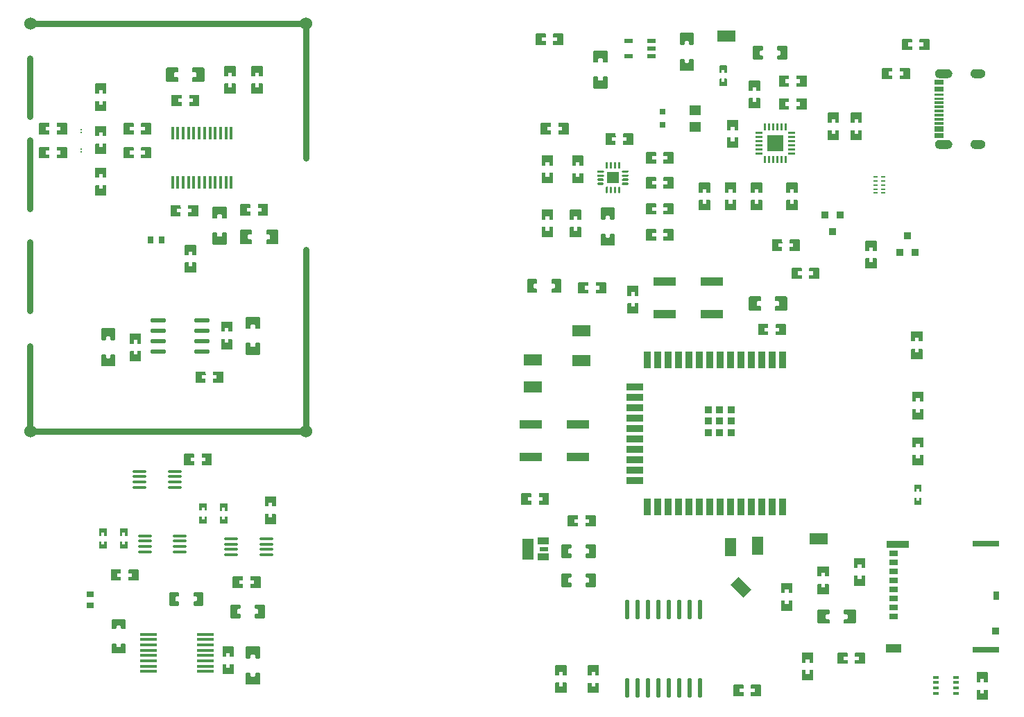
<source format=gtp>
G04 Layer: TopPasteMaskLayer*
G04 EasyEDA v6.5.22, 2022-12-05 14:56:37*
G04 05bf86c157214e56ba330cf237c0dbe7,b19d526b7a914c21af0811b40d406c84,10*
G04 Gerber Generator version 0.2*
G04 Scale: 100 percent, Rotated: No, Reflected: No *
G04 Dimensions in millimeters *
G04 leading zeros omitted , absolute positions ,4 integer and 5 decimal *
%FSLAX45Y45*%
%MOMM*%

%AMMACRO1*21,1,$1,$2,0,0,$3*%
%AMMACRO2*4,1,4,-0.4,0.4501,0.4,0.4501,0.4,-0.4501,-0.4,-0.4501,-0.4,0.4501,0*%
%AMMACRO3*4,1,4,0.4,-0.4501,-0.4,-0.4501,-0.4,0.4501,0.4,0.4501,0.4,-0.4501,0*%
%ADD10C,0.7500*%
%ADD11C,1.5240*%
%ADD12R,2.2000X1.4000*%
%ADD13R,1.4000X2.2000*%
%ADD14MACRO1,2.2X1.4X135.0000*%
%ADD15R,0.8000X0.9000*%
%ADD16R,0.9000X0.8000*%
%ADD17R,0.2200X0.1600*%
%ADD18R,2.7500X1.0000*%
%ADD19MACRO2*%
%ADD20MACRO3*%
%ADD21O,0.7670038X0.36400740000000004*%
%ADD22R,1.3500X0.9000*%
%ADD23R,1.0500X0.5000*%
%ADD24R,1.4500X2.5000*%
%ADD25O,0.5739892X2.4005031999999997*%
%ADD26R,1.1000X0.7000*%
%ADD27R,2.8000X0.8600*%
%ADD28R,1.8300X1.1400*%
%ADD29R,3.3300X0.7000*%
%ADD30R,0.9000X0.9000*%
%ADD31R,0.7800X1.0500*%
%ADD32R,0.5999X0.2499*%
%ADD33R,0.4000X1.6500*%
%ADD34O,2.0999958X0.3999992*%
%ADD35O,1.6619982000000002X0.36400740000000004*%
%ADD36O,1.950212X0.5684012*%
%ADD37R,0.8000X0.8000*%
%ADD38R,1.4699X1.1600*%
%ADD39R,0.9500X2.1000*%
%ADD40R,2.1000X0.9500*%
%ADD41O,1.6919956X0.36400740000000004*%
%ADD42R,1.0000X0.6000*%
%ADD43R,0.0154X0.6000*%

%LPD*%
G36*
X15507106Y237388D02*
G01*
X15466110Y236880D01*
X15461081Y231902D01*
X15461081Y116890D01*
X15466110Y111912D01*
X15594076Y111912D01*
X15599105Y116890D01*
X15599105Y231902D01*
X15594076Y236880D01*
X15552115Y236423D01*
X15552115Y192379D01*
X15507106Y192379D01*
G37*
G36*
X15466110Y451916D02*
G01*
X15461081Y446887D01*
X15461081Y331876D01*
X15466110Y326898D01*
X15507106Y327406D01*
X15507106Y371398D01*
X15552115Y371398D01*
X15552115Y326898D01*
X15594076Y326898D01*
X15599105Y331876D01*
X15599105Y446887D01*
X15594076Y451916D01*
G37*
G36*
X12329820Y7858810D02*
G01*
X12324791Y7853781D01*
X12324791Y7773822D01*
X12329820Y7768793D01*
X12352578Y7768793D01*
X12352578Y7805826D01*
X12385598Y7805826D01*
X12385598Y7768793D01*
X12409779Y7768793D01*
X12414808Y7773822D01*
X12414808Y7853781D01*
X12409779Y7858810D01*
G37*
G36*
X12329820Y7698790D02*
G01*
X12324791Y7693812D01*
X12324791Y7614818D01*
X12329820Y7609789D01*
X12409779Y7609789D01*
X12414808Y7614818D01*
X12414808Y7693812D01*
X12409779Y7698790D01*
X12385598Y7698790D01*
X12385598Y7660792D01*
X12352578Y7660792D01*
X12352578Y7698790D01*
G37*
G36*
X5014620Y2207310D02*
G01*
X5009591Y2202281D01*
X5009591Y2122322D01*
X5014620Y2117293D01*
X5037378Y2117293D01*
X5037378Y2154326D01*
X5070398Y2154326D01*
X5070398Y2117293D01*
X5094579Y2117293D01*
X5099608Y2122322D01*
X5099608Y2202281D01*
X5094579Y2207310D01*
G37*
G36*
X5014620Y2047290D02*
G01*
X5009591Y2042312D01*
X5009591Y1963318D01*
X5014620Y1958289D01*
X5094579Y1958289D01*
X5099608Y1963318D01*
X5099608Y2042312D01*
X5094579Y2047290D01*
X5070398Y2047290D01*
X5070398Y2009292D01*
X5037378Y2009292D01*
X5037378Y2047290D01*
G37*
G36*
X4760620Y2207310D02*
G01*
X4755591Y2202281D01*
X4755591Y2122322D01*
X4760620Y2117293D01*
X4783378Y2117293D01*
X4783378Y2154326D01*
X4816398Y2154326D01*
X4816398Y2117293D01*
X4840579Y2117293D01*
X4845608Y2122322D01*
X4845608Y2202281D01*
X4840579Y2207310D01*
G37*
G36*
X4760620Y2047290D02*
G01*
X4755591Y2042312D01*
X4755591Y1963318D01*
X4760620Y1958289D01*
X4840579Y1958289D01*
X4845608Y1963318D01*
X4845608Y2042312D01*
X4840579Y2047290D01*
X4816398Y2047290D01*
X4816398Y2009292D01*
X4783378Y2009292D01*
X4783378Y2047290D01*
G37*
G36*
X14704720Y2581706D02*
G01*
X14699691Y2576677D01*
X14699691Y2496718D01*
X14704720Y2491689D01*
X14784679Y2491689D01*
X14789708Y2496718D01*
X14789708Y2576677D01*
X14784679Y2581706D01*
X14761921Y2581706D01*
X14761921Y2544673D01*
X14728901Y2544673D01*
X14728901Y2581706D01*
G37*
G36*
X14704720Y2740710D02*
G01*
X14699691Y2735681D01*
X14699691Y2656687D01*
X14704720Y2651709D01*
X14728901Y2651709D01*
X14728901Y2689707D01*
X14761921Y2689707D01*
X14761921Y2651709D01*
X14784679Y2651709D01*
X14789708Y2656687D01*
X14789708Y2735681D01*
X14784679Y2740710D01*
G37*
G36*
X14945156Y7167880D02*
G01*
X14945156Y7137908D01*
X15060168Y7137908D01*
X15060168Y7167880D01*
G37*
G36*
X14945156Y7467853D02*
G01*
X14945156Y7437881D01*
X15060168Y7437881D01*
X15060168Y7467853D01*
G37*
G36*
X14945258Y7032904D02*
G01*
X14945258Y6972909D01*
X15060269Y6972909D01*
X15060269Y7032904D01*
G37*
G36*
X14945258Y7367879D02*
G01*
X14945258Y7337907D01*
X15060269Y7337907D01*
X15060269Y7367879D01*
G37*
G36*
X14945258Y7417917D02*
G01*
X14945258Y7387894D01*
X15060269Y7387894D01*
X15060269Y7417917D01*
G37*
G36*
X14945258Y7317892D02*
G01*
X14945258Y7287920D01*
X15060269Y7287920D01*
X15060269Y7317892D01*
G37*
G36*
X14945258Y7517892D02*
G01*
X14945258Y7487920D01*
X15060269Y7487920D01*
X15060269Y7517892D01*
G37*
G36*
X14945258Y7267905D02*
G01*
X14945258Y7237882D01*
X15060269Y7237882D01*
X15060269Y7267905D01*
G37*
G36*
X14945258Y7682890D02*
G01*
X14945258Y7622895D01*
X15060269Y7622895D01*
X15060269Y7682890D01*
G37*
G36*
X14945258Y7112914D02*
G01*
X14945258Y7052919D01*
X15060269Y7052919D01*
X15060269Y7112914D01*
G37*
G36*
X14945258Y7217918D02*
G01*
X14945258Y7187895D01*
X15060269Y7187895D01*
X15060269Y7217918D01*
G37*
G36*
X15009317Y6950913D02*
G01*
X15003830Y6950608D01*
X14998395Y6949795D01*
X14993112Y6948474D01*
X14987930Y6946595D01*
X14983002Y6944207D01*
X14978329Y6941362D01*
X14973960Y6938009D01*
X14969947Y6934301D01*
X14966289Y6930186D01*
X14963089Y6925716D01*
X14960346Y6920992D01*
X14958110Y6916013D01*
X14956332Y6910781D01*
X14955113Y6905447D01*
X14954453Y6900011D01*
X14954300Y6894525D01*
X14954707Y6889038D01*
X14955672Y6883653D01*
X14957145Y6878370D01*
X14959177Y6873290D01*
X14961666Y6868414D01*
X14964663Y6863791D01*
X14968067Y6859524D01*
X14971877Y6855561D01*
X14976094Y6852056D01*
X14980615Y6848957D01*
X14985441Y6846366D01*
X14990470Y6844233D01*
X14995753Y6842607D01*
X15001087Y6841490D01*
X15006574Y6840981D01*
X15109291Y6840880D01*
X15114778Y6841185D01*
X15120213Y6841998D01*
X15125496Y6843318D01*
X15130678Y6845198D01*
X15135606Y6847586D01*
X15140279Y6850430D01*
X15144648Y6853783D01*
X15148661Y6857492D01*
X15152319Y6861606D01*
X15155519Y6866077D01*
X15158262Y6870801D01*
X15160498Y6875780D01*
X15162276Y6881012D01*
X15163495Y6886346D01*
X15164155Y6891781D01*
X15164307Y6897268D01*
X15163901Y6902754D01*
X15162936Y6908139D01*
X15161463Y6913422D01*
X15159431Y6918502D01*
X15156942Y6923379D01*
X15153944Y6928002D01*
X15150541Y6932269D01*
X15146731Y6936231D01*
X15142514Y6939737D01*
X15137993Y6942836D01*
X15133167Y6945477D01*
X15128138Y6947560D01*
X15122855Y6949186D01*
X15117521Y6950303D01*
X15112034Y6950811D01*
G37*
G36*
X15009317Y7814919D02*
G01*
X15003830Y7814614D01*
X14998395Y7813802D01*
X14993112Y7812481D01*
X14987930Y7810601D01*
X14983002Y7808214D01*
X14978329Y7805369D01*
X14973960Y7802016D01*
X14969947Y7798308D01*
X14966289Y7794193D01*
X14963089Y7789722D01*
X14960346Y7784998D01*
X14958110Y7780020D01*
X14956332Y7774787D01*
X14955113Y7769453D01*
X14954453Y7764018D01*
X14954300Y7758531D01*
X14954707Y7753045D01*
X14955672Y7747660D01*
X14957145Y7742377D01*
X14959177Y7737297D01*
X14961666Y7732420D01*
X14964663Y7727797D01*
X14968067Y7723530D01*
X14971877Y7719568D01*
X14976094Y7716062D01*
X14980615Y7712964D01*
X14985441Y7710322D01*
X14990470Y7708239D01*
X14995753Y7706614D01*
X15001087Y7705496D01*
X15006574Y7704988D01*
X15109291Y7704886D01*
X15114778Y7705191D01*
X15120213Y7706004D01*
X15125496Y7707325D01*
X15130678Y7709204D01*
X15135606Y7711592D01*
X15140279Y7714437D01*
X15144648Y7717790D01*
X15148661Y7721498D01*
X15152319Y7725613D01*
X15155519Y7730083D01*
X15158262Y7734808D01*
X15160498Y7739786D01*
X15162276Y7745018D01*
X15163495Y7750352D01*
X15164155Y7755788D01*
X15164307Y7761274D01*
X15163901Y7766761D01*
X15162936Y7772146D01*
X15161463Y7777429D01*
X15159431Y7782509D01*
X15156942Y7787386D01*
X15153944Y7792008D01*
X15150541Y7796275D01*
X15146731Y7800238D01*
X15142514Y7803743D01*
X15137993Y7806842D01*
X15133167Y7809433D01*
X15128138Y7811566D01*
X15122855Y7813192D01*
X15117521Y7814309D01*
X15112034Y7814818D01*
G37*
G36*
X15442336Y6950913D02*
G01*
X15436850Y6950608D01*
X15431414Y6949795D01*
X15426080Y6948474D01*
X15420949Y6946595D01*
X15416022Y6944207D01*
X15411348Y6941362D01*
X15406979Y6938009D01*
X15402966Y6934301D01*
X15399308Y6930186D01*
X15396108Y6925716D01*
X15393365Y6920992D01*
X15391130Y6916013D01*
X15389351Y6910781D01*
X15388132Y6905447D01*
X15387472Y6900011D01*
X15387319Y6894525D01*
X15387726Y6889038D01*
X15388691Y6883653D01*
X15390164Y6878370D01*
X15392196Y6873290D01*
X15394686Y6868414D01*
X15397632Y6863791D01*
X15401086Y6859524D01*
X15404896Y6855561D01*
X15409113Y6852056D01*
X15413634Y6848957D01*
X15418460Y6846366D01*
X15423489Y6844233D01*
X15428722Y6842607D01*
X15434106Y6841490D01*
X15439593Y6840981D01*
X15512288Y6840880D01*
X15517774Y6841185D01*
X15523210Y6841998D01*
X15528544Y6843318D01*
X15533674Y6845198D01*
X15538602Y6847586D01*
X15543276Y6850430D01*
X15547644Y6853783D01*
X15551708Y6857492D01*
X15555315Y6861606D01*
X15558516Y6866077D01*
X15561259Y6870801D01*
X15563494Y6875780D01*
X15565272Y6881012D01*
X15566491Y6886346D01*
X15567151Y6891781D01*
X15567304Y6897268D01*
X15566898Y6902754D01*
X15565932Y6908139D01*
X15564459Y6913422D01*
X15562427Y6918502D01*
X15559938Y6923379D01*
X15556992Y6928002D01*
X15553537Y6932269D01*
X15549727Y6936231D01*
X15545511Y6939737D01*
X15540990Y6942836D01*
X15536163Y6945477D01*
X15531134Y6947560D01*
X15525902Y6949186D01*
X15520517Y6950303D01*
X15515031Y6950811D01*
G37*
G36*
X15442336Y7814919D02*
G01*
X15436850Y7814614D01*
X15431414Y7813802D01*
X15426080Y7812481D01*
X15420949Y7810601D01*
X15416022Y7808214D01*
X15411348Y7805369D01*
X15406979Y7802016D01*
X15402966Y7798308D01*
X15399308Y7794193D01*
X15396108Y7789722D01*
X15393365Y7784998D01*
X15391130Y7780020D01*
X15389351Y7774787D01*
X15388132Y7769453D01*
X15387472Y7764018D01*
X15387319Y7758531D01*
X15387726Y7753045D01*
X15388691Y7747660D01*
X15390164Y7742377D01*
X15392196Y7737297D01*
X15394686Y7732420D01*
X15397632Y7727797D01*
X15401086Y7723530D01*
X15404896Y7719568D01*
X15409113Y7716062D01*
X15413634Y7712964D01*
X15418460Y7710322D01*
X15423489Y7708239D01*
X15428722Y7706614D01*
X15434106Y7705496D01*
X15439593Y7704988D01*
X15512288Y7704886D01*
X15517774Y7705191D01*
X15523210Y7706004D01*
X15528544Y7707325D01*
X15533674Y7709204D01*
X15538602Y7711592D01*
X15543276Y7714437D01*
X15547644Y7717790D01*
X15551708Y7721498D01*
X15555315Y7725613D01*
X15558516Y7730083D01*
X15561259Y7734808D01*
X15563494Y7739786D01*
X15565272Y7745018D01*
X15566491Y7750352D01*
X15567151Y7755788D01*
X15567304Y7761274D01*
X15566898Y7766761D01*
X15565932Y7772146D01*
X15564459Y7777429D01*
X15562427Y7782509D01*
X15559938Y7787386D01*
X15556992Y7792008D01*
X15553537Y7796275D01*
X15549727Y7800238D01*
X15545511Y7803743D01*
X15540990Y7806842D01*
X15536163Y7809433D01*
X15531134Y7811566D01*
X15525902Y7813192D01*
X15520517Y7814309D01*
X15515031Y7814818D01*
G37*
G36*
X14945258Y7602931D02*
G01*
X14945258Y7542936D01*
X15060269Y7542936D01*
X15060269Y7602931D01*
G37*
G36*
X10955629Y6557721D02*
G01*
X10955629Y6421729D01*
X11091621Y6421729D01*
X11091621Y6557721D01*
G37*
G36*
X10847578Y6428790D02*
G01*
X10844276Y6428384D01*
X10841075Y6427216D01*
X10838332Y6425285D01*
X10836097Y6422745D01*
X10835182Y6421323D01*
X10834014Y6418122D01*
X10833608Y6414820D01*
X10834014Y6411468D01*
X10835182Y6408267D01*
X10837113Y6405524D01*
X10839653Y6403289D01*
X10841075Y6402374D01*
X10844276Y6401206D01*
X10847578Y6400800D01*
X10901273Y6400901D01*
X10904575Y6401714D01*
X10907572Y6403289D01*
X10910062Y6405524D01*
X10911992Y6408267D01*
X10913211Y6411468D01*
X10913618Y6414820D01*
X10913211Y6418122D01*
X10911992Y6421323D01*
X10910062Y6424066D01*
X10907572Y6426301D01*
X10904575Y6427876D01*
X10901273Y6428689D01*
G37*
G36*
X10847578Y6478828D02*
G01*
X10844276Y6478422D01*
X10841075Y6477254D01*
X10838332Y6475323D01*
X10836097Y6472783D01*
X10835182Y6471361D01*
X10834014Y6468211D01*
X10833608Y6464858D01*
X10834014Y6461506D01*
X10835182Y6458305D01*
X10837113Y6455562D01*
X10839653Y6453327D01*
X10841075Y6452412D01*
X10844276Y6451244D01*
X10847578Y6450838D01*
X10901273Y6450939D01*
X10904575Y6451752D01*
X10907572Y6453327D01*
X10910062Y6455562D01*
X10911992Y6458305D01*
X10913211Y6461506D01*
X10913618Y6464858D01*
X10913211Y6468211D01*
X10911992Y6471361D01*
X10910062Y6474104D01*
X10907572Y6476339D01*
X10904575Y6477914D01*
X10901273Y6478727D01*
G37*
G36*
X10847578Y6528612D02*
G01*
X10844276Y6528206D01*
X10841075Y6526987D01*
X10838332Y6525107D01*
X10836097Y6522567D01*
X10835182Y6521145D01*
X10834014Y6517944D01*
X10833608Y6514592D01*
X10834014Y6511239D01*
X10835182Y6508089D01*
X10837113Y6505346D01*
X10839653Y6503111D01*
X10841075Y6502196D01*
X10844276Y6501028D01*
X10847578Y6500622D01*
X10901273Y6500723D01*
X10904575Y6501536D01*
X10907572Y6503111D01*
X10910062Y6505346D01*
X10911992Y6508089D01*
X10913211Y6511239D01*
X10913618Y6514592D01*
X10913211Y6517944D01*
X10911992Y6521145D01*
X10910062Y6523888D01*
X10907572Y6526123D01*
X10904575Y6527698D01*
X10901273Y6528511D01*
G37*
G36*
X10847578Y6578650D02*
G01*
X10844276Y6578244D01*
X10841075Y6577075D01*
X10838332Y6575145D01*
X10836097Y6572605D01*
X10835182Y6571183D01*
X10834014Y6567982D01*
X10833608Y6564630D01*
X10834014Y6561277D01*
X10835182Y6558127D01*
X10837113Y6555384D01*
X10839653Y6553149D01*
X10841075Y6552234D01*
X10844276Y6551066D01*
X10847578Y6550659D01*
X10901273Y6550761D01*
X10904575Y6551574D01*
X10907572Y6553149D01*
X10910062Y6555384D01*
X10911992Y6558127D01*
X10913211Y6561277D01*
X10913618Y6564630D01*
X10913211Y6567982D01*
X10911992Y6571183D01*
X10910062Y6573926D01*
X10907572Y6576161D01*
X10904575Y6577736D01*
X10901273Y6578549D01*
G37*
G36*
X10947806Y6679488D02*
G01*
X10946079Y6679285D01*
X10942777Y6678218D01*
X10939830Y6676339D01*
X10937443Y6673850D01*
X10935716Y6670802D01*
X10934801Y6667449D01*
X10934700Y6613702D01*
X10935157Y6610248D01*
X10936478Y6607048D01*
X10938560Y6604253D01*
X10941253Y6602018D01*
X10944402Y6600596D01*
X10946079Y6600139D01*
X10949533Y6599936D01*
X10951311Y6600139D01*
X10954613Y6601206D01*
X10957560Y6603034D01*
X10959947Y6605574D01*
X10961674Y6608622D01*
X10962538Y6611975D01*
X10962690Y6613702D01*
X10962690Y6665722D01*
X10962182Y6669176D01*
X10961674Y6670802D01*
X10959947Y6673850D01*
X10957560Y6676339D01*
X10954613Y6678218D01*
X10951311Y6679285D01*
G37*
G36*
X10997844Y6679488D02*
G01*
X10996117Y6679285D01*
X10992815Y6678218D01*
X10989868Y6676339D01*
X10987481Y6673850D01*
X10985754Y6670802D01*
X10984839Y6667449D01*
X10984738Y6613702D01*
X10985195Y6610248D01*
X10986516Y6607048D01*
X10988598Y6604253D01*
X10991291Y6602018D01*
X10994440Y6600596D01*
X10996117Y6600139D01*
X10999571Y6599936D01*
X11003026Y6600596D01*
X11006175Y6602018D01*
X11008868Y6604253D01*
X11010950Y6607048D01*
X11012220Y6610248D01*
X11012728Y6613702D01*
X11012728Y6665722D01*
X11012220Y6669176D01*
X11010950Y6672376D01*
X11008868Y6675170D01*
X11006175Y6677355D01*
X11004651Y6678218D01*
X11001298Y6679285D01*
G37*
G36*
X11048492Y6679692D02*
G01*
X11045139Y6679285D01*
X11041989Y6678117D01*
X11039246Y6676186D01*
X11036960Y6673646D01*
X11035436Y6670649D01*
X11034623Y6667398D01*
X11034522Y6613702D01*
X11034928Y6610350D01*
X11036096Y6607200D01*
X11038027Y6604406D01*
X11040567Y6602171D01*
X11043564Y6600596D01*
X11046815Y6599834D01*
X11050219Y6599834D01*
X11053470Y6600596D01*
X11056467Y6602171D01*
X11059007Y6604406D01*
X11060887Y6607200D01*
X11062106Y6610350D01*
X11062512Y6613702D01*
X11062411Y6667398D01*
X11061598Y6670649D01*
X11060023Y6673646D01*
X11057788Y6676186D01*
X11054994Y6678117D01*
X11051844Y6679285D01*
G37*
G36*
X11098530Y6679692D02*
G01*
X11095177Y6679285D01*
X11092027Y6678117D01*
X11089233Y6676186D01*
X11086998Y6673646D01*
X11085474Y6670649D01*
X11084661Y6667398D01*
X11084560Y6613702D01*
X11084966Y6610350D01*
X11086134Y6607200D01*
X11088065Y6604406D01*
X11090605Y6602171D01*
X11093602Y6600596D01*
X11096853Y6599834D01*
X11100206Y6599834D01*
X11103508Y6600596D01*
X11106505Y6602171D01*
X11109045Y6604406D01*
X11110925Y6607200D01*
X11112144Y6610350D01*
X11112550Y6613702D01*
X11112449Y6667398D01*
X11111636Y6670649D01*
X11110061Y6673646D01*
X11107826Y6676186D01*
X11105032Y6678117D01*
X11101882Y6679285D01*
G37*
G36*
X11147602Y6578650D02*
G01*
X11144250Y6578244D01*
X11141100Y6577075D01*
X11138306Y6575145D01*
X11136071Y6572605D01*
X11134496Y6569608D01*
X11133683Y6566357D01*
X11133683Y6562953D01*
X11134496Y6559702D01*
X11136071Y6556705D01*
X11138306Y6554165D01*
X11141100Y6552234D01*
X11144250Y6551066D01*
X11147602Y6550659D01*
X11201298Y6550761D01*
X11204549Y6551574D01*
X11206124Y6552234D01*
X11208867Y6554165D01*
X11211153Y6556705D01*
X11212677Y6559702D01*
X11213490Y6562953D01*
X11213490Y6566357D01*
X11212677Y6569608D01*
X11211153Y6572605D01*
X11208867Y6575145D01*
X11206124Y6577075D01*
X11202974Y6578244D01*
X11199622Y6578650D01*
G37*
G36*
X11147602Y6528612D02*
G01*
X11144250Y6528206D01*
X11141100Y6526987D01*
X11138306Y6525107D01*
X11136071Y6522567D01*
X11134496Y6519570D01*
X11133683Y6516319D01*
X11133683Y6512915D01*
X11134496Y6509664D01*
X11136071Y6506667D01*
X11138306Y6504127D01*
X11141100Y6502196D01*
X11144250Y6501028D01*
X11147602Y6500622D01*
X11201298Y6500723D01*
X11204549Y6501536D01*
X11206124Y6502196D01*
X11208867Y6504127D01*
X11211102Y6506667D01*
X11212017Y6508089D01*
X11213185Y6511239D01*
X11213592Y6514592D01*
X11213185Y6517944D01*
X11212017Y6521145D01*
X11210086Y6523888D01*
X11207546Y6526123D01*
X11204549Y6527698D01*
X11201298Y6528511D01*
G37*
G36*
X11147602Y6478828D02*
G01*
X11144250Y6478422D01*
X11141100Y6477254D01*
X11138306Y6475323D01*
X11136071Y6472783D01*
X11134496Y6469786D01*
X11133683Y6466535D01*
X11133683Y6463131D01*
X11134496Y6459880D01*
X11136071Y6456883D01*
X11138306Y6454343D01*
X11141100Y6452412D01*
X11144250Y6451244D01*
X11147602Y6450838D01*
X11201298Y6450939D01*
X11204549Y6451752D01*
X11206124Y6452412D01*
X11208867Y6454343D01*
X11211153Y6456883D01*
X11212677Y6459880D01*
X11213490Y6463131D01*
X11213490Y6466535D01*
X11212677Y6469786D01*
X11211153Y6472783D01*
X11208867Y6475323D01*
X11206124Y6477254D01*
X11202974Y6478422D01*
X11199622Y6478828D01*
G37*
G36*
X11147602Y6428790D02*
G01*
X11144250Y6428384D01*
X11141100Y6427216D01*
X11138306Y6425285D01*
X11136071Y6422745D01*
X11134496Y6419748D01*
X11133683Y6416497D01*
X11133683Y6413093D01*
X11134496Y6409842D01*
X11136071Y6406845D01*
X11138306Y6404305D01*
X11141100Y6402374D01*
X11144250Y6401206D01*
X11147602Y6400800D01*
X11201298Y6400901D01*
X11204549Y6401714D01*
X11206124Y6402374D01*
X11208867Y6404305D01*
X11211102Y6406845D01*
X11212017Y6408267D01*
X11213185Y6411468D01*
X11213592Y6414820D01*
X11213185Y6418122D01*
X11212017Y6421323D01*
X11210086Y6424066D01*
X11207546Y6426301D01*
X11206124Y6427216D01*
X11202974Y6428384D01*
X11199622Y6428790D01*
G37*
G36*
X11098530Y6379718D02*
G01*
X11095177Y6379311D01*
X11092027Y6378092D01*
X11089233Y6376212D01*
X11086998Y6373672D01*
X11085474Y6370675D01*
X11084661Y6367424D01*
X11084560Y6313728D01*
X11084966Y6310376D01*
X11086134Y6307226D01*
X11088065Y6304432D01*
X11089233Y6303213D01*
X11092027Y6301333D01*
X11095177Y6300114D01*
X11098530Y6299708D01*
X11101882Y6300114D01*
X11105032Y6301333D01*
X11107826Y6303213D01*
X11110061Y6305753D01*
X11111636Y6308750D01*
X11112449Y6312052D01*
X11112550Y6365697D01*
X11112144Y6369050D01*
X11110925Y6372199D01*
X11109045Y6374993D01*
X11106505Y6377228D01*
X11103508Y6378803D01*
X11100206Y6379616D01*
G37*
G36*
X11048492Y6379718D02*
G01*
X11045139Y6379311D01*
X11041989Y6378092D01*
X11039246Y6376212D01*
X11036960Y6373672D01*
X11035436Y6370675D01*
X11034623Y6367424D01*
X11034522Y6313728D01*
X11034928Y6310376D01*
X11036096Y6307226D01*
X11038027Y6304432D01*
X11040567Y6302197D01*
X11043564Y6300622D01*
X11046815Y6299809D01*
X11050219Y6299809D01*
X11053470Y6300622D01*
X11056467Y6302197D01*
X11059007Y6304432D01*
X11060887Y6307226D01*
X11062106Y6310376D01*
X11062512Y6313728D01*
X11062411Y6367424D01*
X11061598Y6370675D01*
X11060023Y6373672D01*
X11057788Y6376212D01*
X11054994Y6378092D01*
X11051844Y6379311D01*
G37*
G36*
X10997844Y6379514D02*
G01*
X10994440Y6378854D01*
X10991291Y6377381D01*
X10988598Y6375196D01*
X10986516Y6372402D01*
X10985195Y6369151D01*
X10984839Y6367475D01*
X10984738Y6313728D01*
X10985195Y6310274D01*
X10986516Y6307023D01*
X10988598Y6304229D01*
X10991291Y6302044D01*
X10994440Y6300571D01*
X10997844Y6299911D01*
X11001298Y6300165D01*
X11003026Y6300571D01*
X11006175Y6302044D01*
X11008868Y6304229D01*
X11010950Y6307023D01*
X11012220Y6310274D01*
X11012728Y6313728D01*
X11012728Y6365697D01*
X11012220Y6369151D01*
X11010950Y6372402D01*
X11008868Y6375196D01*
X11006175Y6377381D01*
X11003026Y6378854D01*
X10999571Y6379514D01*
G37*
G36*
X10947806Y6379514D02*
G01*
X10944402Y6378854D01*
X10941253Y6377381D01*
X10938560Y6375196D01*
X10936478Y6372402D01*
X10935157Y6369151D01*
X10934801Y6367475D01*
X10934700Y6313728D01*
X10935157Y6310274D01*
X10936478Y6307023D01*
X10938560Y6304229D01*
X10941253Y6302044D01*
X10944402Y6300571D01*
X10947806Y6299911D01*
X10951311Y6300165D01*
X10952988Y6300571D01*
X10956137Y6302044D01*
X10958830Y6304229D01*
X10960912Y6307023D01*
X10961674Y6308598D01*
X10962538Y6312001D01*
X10962690Y6313728D01*
X10962690Y6365697D01*
X10962182Y6369151D01*
X10961674Y6370828D01*
X10959947Y6373825D01*
X10957560Y6376365D01*
X10954613Y6378194D01*
X10952988Y6378854D01*
X10949533Y6379514D01*
G37*
G36*
X12904825Y7010044D02*
G01*
X12904825Y6810044D01*
X13104825Y6810044D01*
X13104825Y7010044D01*
G37*
G36*
X13164819Y6797802D02*
G01*
X13164819Y6769811D01*
X13244779Y6769811D01*
X13244779Y6797802D01*
G37*
G36*
X13164819Y6847789D02*
G01*
X13164819Y6819798D01*
X13244779Y6819798D01*
X13244779Y6847789D01*
G37*
G36*
X13164819Y6897827D02*
G01*
X13164819Y6869785D01*
X13244779Y6869785D01*
X13244779Y6897827D01*
G37*
G36*
X13164819Y6947814D02*
G01*
X13164819Y6919772D01*
X13244779Y6919772D01*
X13244779Y6947814D01*
G37*
G36*
X13164819Y6997801D02*
G01*
X13164819Y6969810D01*
X13244779Y6969810D01*
X13244779Y6997801D01*
G37*
G36*
X13164819Y7047788D02*
G01*
X13164819Y7019798D01*
X13244779Y7019798D01*
X13244779Y7047788D01*
G37*
G36*
X12764820Y7047788D02*
G01*
X12764820Y7019747D01*
X12844780Y7019747D01*
X12844780Y7047788D01*
G37*
G36*
X12764820Y6997801D02*
G01*
X12764820Y6969759D01*
X12844780Y6969759D01*
X12844780Y6997801D01*
G37*
G36*
X12764820Y6947763D02*
G01*
X12764820Y6919772D01*
X12844780Y6919772D01*
X12844780Y6947763D01*
G37*
G36*
X12764820Y6897776D02*
G01*
X12764820Y6869785D01*
X12844780Y6869785D01*
X12844780Y6897776D01*
G37*
G36*
X12764820Y6847789D02*
G01*
X12764820Y6819747D01*
X12844780Y6819747D01*
X12844780Y6847789D01*
G37*
G36*
X12764820Y6797802D02*
G01*
X12764820Y6769760D01*
X12844780Y6769760D01*
X12844780Y6797802D01*
G37*
G36*
X12865811Y7148779D02*
G01*
X12865811Y7068820D01*
X12893802Y7068820D01*
X12893802Y7148779D01*
G37*
G36*
X12915798Y7148779D02*
G01*
X12915798Y7068820D01*
X12943789Y7068820D01*
X12943789Y7148779D01*
G37*
G36*
X12965785Y7148779D02*
G01*
X12965785Y7068820D01*
X12993827Y7068820D01*
X12993827Y7148779D01*
G37*
G36*
X13015772Y7148779D02*
G01*
X13015772Y7068820D01*
X13043814Y7068820D01*
X13043814Y7148779D01*
G37*
G36*
X13065810Y7148779D02*
G01*
X13065810Y7068820D01*
X13093801Y7068820D01*
X13093801Y7148779D01*
G37*
G36*
X13115798Y7148779D02*
G01*
X13115798Y7068820D01*
X13143788Y7068820D01*
X13143788Y7148779D01*
G37*
G36*
X12865811Y6748780D02*
G01*
X12865811Y6668820D01*
X12893802Y6668820D01*
X12893802Y6748780D01*
G37*
G36*
X12915798Y6748780D02*
G01*
X12915798Y6668820D01*
X12943789Y6668820D01*
X12943789Y6748780D01*
G37*
G36*
X12965785Y6748780D02*
G01*
X12965785Y6668820D01*
X12993827Y6668820D01*
X12993827Y6748780D01*
G37*
G36*
X13015772Y6748780D02*
G01*
X13015772Y6668820D01*
X13043814Y6668820D01*
X13043814Y6748780D01*
G37*
G36*
X13065810Y6748780D02*
G01*
X13065810Y6668820D01*
X13093801Y6668820D01*
X13093801Y6748780D01*
G37*
G36*
X13115798Y6748780D02*
G01*
X13115798Y6668820D01*
X13143788Y6668820D01*
X13143788Y6748780D01*
G37*
G36*
X6233820Y2512110D02*
G01*
X6228791Y2507081D01*
X6228791Y2427122D01*
X6233820Y2422093D01*
X6256578Y2422093D01*
X6256578Y2459126D01*
X6289598Y2459126D01*
X6289598Y2422093D01*
X6313779Y2422093D01*
X6318808Y2427122D01*
X6318808Y2507081D01*
X6313779Y2512110D01*
G37*
G36*
X6233820Y2352090D02*
G01*
X6228791Y2347112D01*
X6228791Y2268118D01*
X6233820Y2263089D01*
X6313779Y2263089D01*
X6318808Y2268118D01*
X6318808Y2347112D01*
X6313779Y2352090D01*
X6289598Y2352090D01*
X6289598Y2314092D01*
X6256578Y2314092D01*
X6256578Y2352090D01*
G37*
G36*
X5979820Y2353106D02*
G01*
X5974791Y2348077D01*
X5974791Y2268118D01*
X5979820Y2263089D01*
X6059779Y2263089D01*
X6064808Y2268118D01*
X6064808Y2348077D01*
X6059779Y2353106D01*
X6037021Y2353106D01*
X6037021Y2316073D01*
X6004001Y2316073D01*
X6004001Y2353106D01*
G37*
G36*
X5979820Y2512110D02*
G01*
X5974791Y2507081D01*
X5974791Y2428087D01*
X5979820Y2423109D01*
X6004001Y2423109D01*
X6004001Y2461107D01*
X6037021Y2461107D01*
X6037021Y2423109D01*
X6059779Y2423109D01*
X6064808Y2428087D01*
X6064808Y2507081D01*
X6059779Y2512110D01*
G37*
G36*
X13849096Y1216710D02*
G01*
X13839088Y1206703D01*
X13839088Y1169670D01*
X13849096Y1159662D01*
X13879576Y1159662D01*
X13889583Y1149654D01*
X13889583Y1110945D01*
X13879576Y1100937D01*
X13849096Y1100937D01*
X13839088Y1090930D01*
X13839088Y1053896D01*
X13849096Y1043889D01*
X13977619Y1043889D01*
X13987576Y1053896D01*
X13987576Y1206703D01*
X13977619Y1216710D01*
G37*
G36*
X13530580Y1216710D02*
G01*
X13520623Y1206703D01*
X13520623Y1053896D01*
X13530580Y1043889D01*
X13659104Y1043889D01*
X13669111Y1053896D01*
X13669111Y1090930D01*
X13659104Y1100937D01*
X13628624Y1100937D01*
X13618616Y1110945D01*
X13618616Y1149654D01*
X13628624Y1159662D01*
X13659104Y1159662D01*
X13669111Y1169670D01*
X13669111Y1206703D01*
X13659104Y1216710D01*
G37*
G36*
X12692380Y5039410D02*
G01*
X12682423Y5029403D01*
X12682423Y4876596D01*
X12692380Y4866589D01*
X12820904Y4866589D01*
X12830911Y4876596D01*
X12830911Y4913630D01*
X12820904Y4923637D01*
X12790424Y4923637D01*
X12780416Y4933645D01*
X12780416Y4972354D01*
X12790424Y4982362D01*
X12820904Y4982362D01*
X12830911Y4992370D01*
X12830911Y5029403D01*
X12820904Y5039410D01*
G37*
G36*
X13010896Y5039410D02*
G01*
X13000888Y5029403D01*
X13000888Y4992370D01*
X13010896Y4982362D01*
X13041376Y4982362D01*
X13051383Y4972354D01*
X13051383Y4933645D01*
X13041376Y4923637D01*
X13010896Y4923637D01*
X13000888Y4913630D01*
X13000888Y4876596D01*
X13010896Y4866589D01*
X13139419Y4866589D01*
X13149376Y4876596D01*
X13149376Y5029403D01*
X13139419Y5039410D01*
G37*
G36*
X13014198Y4702505D02*
G01*
X13009219Y4697476D01*
X13009676Y4655515D01*
X13053720Y4655515D01*
X13053720Y4610506D01*
X13008711Y4610506D01*
X13009219Y4569510D01*
X13014198Y4564481D01*
X13129209Y4564481D01*
X13134187Y4569510D01*
X13134187Y4697476D01*
X13129209Y4702505D01*
G37*
G36*
X12799212Y4702505D02*
G01*
X12794183Y4697476D01*
X12794183Y4569510D01*
X12799212Y4564481D01*
X12914223Y4564481D01*
X12919202Y4569510D01*
X12918694Y4610506D01*
X12874701Y4610506D01*
X12874701Y4655515D01*
X12919202Y4655515D01*
X12919202Y4697476D01*
X12914223Y4702505D01*
G37*
G36*
X12969290Y5735218D02*
G01*
X12964312Y5730189D01*
X12964312Y5602224D01*
X12969290Y5597194D01*
X13084302Y5597194D01*
X13089280Y5602224D01*
X13088823Y5644184D01*
X13044779Y5644184D01*
X13044779Y5689193D01*
X13089788Y5689193D01*
X13089280Y5730189D01*
X13084302Y5735218D01*
G37*
G36*
X13184276Y5735218D02*
G01*
X13179298Y5730189D01*
X13179806Y5689193D01*
X13223798Y5689193D01*
X13223798Y5644184D01*
X13179298Y5644184D01*
X13179298Y5602224D01*
X13184276Y5597194D01*
X13299287Y5597194D01*
X13304316Y5602224D01*
X13304316Y5730189D01*
X13299287Y5735218D01*
G37*
G36*
X13268198Y7737805D02*
G01*
X13263219Y7732775D01*
X13263676Y7690815D01*
X13307720Y7690815D01*
X13307720Y7645806D01*
X13262711Y7645806D01*
X13263219Y7604810D01*
X13268198Y7599781D01*
X13383209Y7599781D01*
X13388187Y7604810D01*
X13388187Y7732775D01*
X13383209Y7737805D01*
G37*
G36*
X13053212Y7737805D02*
G01*
X13048183Y7732775D01*
X13048183Y7604810D01*
X13053212Y7599781D01*
X13168223Y7599781D01*
X13173201Y7604810D01*
X13172694Y7645806D01*
X13128701Y7645806D01*
X13128701Y7690815D01*
X13173201Y7690815D01*
X13173201Y7732775D01*
X13168223Y7737805D01*
G37*
G36*
X13268198Y7458405D02*
G01*
X13263219Y7453375D01*
X13263676Y7411415D01*
X13307720Y7411415D01*
X13307720Y7366406D01*
X13262711Y7366406D01*
X13263219Y7325410D01*
X13268198Y7320381D01*
X13383209Y7320381D01*
X13388187Y7325410D01*
X13388187Y7453375D01*
X13383209Y7458405D01*
G37*
G36*
X13053212Y7458405D02*
G01*
X13048183Y7453375D01*
X13048183Y7325410D01*
X13053212Y7320381D01*
X13168223Y7320381D01*
X13173201Y7325410D01*
X13172694Y7366406D01*
X13128701Y7366406D01*
X13128701Y7411415D01*
X13173201Y7411415D01*
X13173201Y7453375D01*
X13168223Y7458405D01*
G37*
G36*
X13691006Y7069988D02*
G01*
X13650010Y7069480D01*
X13644981Y7064502D01*
X13644981Y6949490D01*
X13650010Y6944512D01*
X13777976Y6944512D01*
X13783005Y6949490D01*
X13783005Y7064502D01*
X13777976Y7069480D01*
X13736015Y7069023D01*
X13736015Y7024979D01*
X13691006Y7024979D01*
G37*
G36*
X13650010Y7284516D02*
G01*
X13644981Y7279487D01*
X13644981Y7164476D01*
X13650010Y7159498D01*
X13691006Y7160006D01*
X13691006Y7203998D01*
X13736015Y7203998D01*
X13736015Y7159498D01*
X13777976Y7159498D01*
X13783005Y7164476D01*
X13783005Y7279487D01*
X13777976Y7284516D01*
G37*
G36*
X13970406Y7069988D02*
G01*
X13929410Y7069480D01*
X13924381Y7064502D01*
X13924381Y6949490D01*
X13929410Y6944512D01*
X14057376Y6944512D01*
X14062405Y6949490D01*
X14062405Y7064502D01*
X14057376Y7069480D01*
X14015415Y7069023D01*
X14015415Y7024979D01*
X13970406Y7024979D01*
G37*
G36*
X13929410Y7284516D02*
G01*
X13924381Y7279487D01*
X13924381Y7164476D01*
X13929410Y7159498D01*
X13970406Y7160006D01*
X13970406Y7203998D01*
X14015415Y7203998D01*
X14015415Y7159498D01*
X14057376Y7159498D01*
X14062405Y7164476D01*
X14062405Y7279487D01*
X14057376Y7284516D01*
G37*
G36*
X9908590Y2636418D02*
G01*
X9903612Y2631389D01*
X9903612Y2503424D01*
X9908590Y2498394D01*
X10023602Y2498394D01*
X10028580Y2503424D01*
X10028123Y2545384D01*
X9984079Y2545384D01*
X9984079Y2590393D01*
X10029088Y2590393D01*
X10028580Y2631389D01*
X10023602Y2636418D01*
G37*
G36*
X10123576Y2636418D02*
G01*
X10118598Y2631389D01*
X10119106Y2590393D01*
X10163098Y2590393D01*
X10163098Y2545384D01*
X10118598Y2545384D01*
X10118598Y2503424D01*
X10123576Y2498394D01*
X10238587Y2498394D01*
X10243616Y2503424D01*
X10243616Y2631389D01*
X10238587Y2636418D01*
G37*
G36*
X11202924Y5171287D02*
G01*
X11197894Y5166309D01*
X11197894Y5051298D01*
X11202924Y5046319D01*
X11244884Y5046776D01*
X11244884Y5090820D01*
X11289893Y5090820D01*
X11289893Y5045811D01*
X11330889Y5046319D01*
X11335918Y5051298D01*
X11335918Y5166309D01*
X11330889Y5171287D01*
G37*
G36*
X11202924Y4956302D02*
G01*
X11197894Y4951323D01*
X11197894Y4836312D01*
X11202924Y4831283D01*
X11330889Y4831283D01*
X11335918Y4836312D01*
X11335918Y4951323D01*
X11330889Y4956302D01*
X11289893Y4955794D01*
X11289893Y4911801D01*
X11244884Y4911801D01*
X11244884Y4956302D01*
G37*
G36*
X11848896Y8259876D02*
G01*
X11838889Y8249920D01*
X11838889Y8121396D01*
X11848896Y8111388D01*
X11885930Y8111388D01*
X11895937Y8121396D01*
X11895937Y8151875D01*
X11905945Y8161883D01*
X11944654Y8161883D01*
X11954662Y8151875D01*
X11954662Y8121396D01*
X11964670Y8111388D01*
X12001703Y8111388D01*
X12011710Y8121396D01*
X12011710Y8249920D01*
X12001703Y8259876D01*
G37*
G36*
X11848896Y7941411D02*
G01*
X11838889Y7931403D01*
X11838889Y7802880D01*
X11848896Y7792923D01*
X12001703Y7792923D01*
X12011710Y7802880D01*
X12011710Y7931403D01*
X12001703Y7941411D01*
X11964670Y7941411D01*
X11954662Y7931403D01*
X11954662Y7900924D01*
X11944654Y7890916D01*
X11905945Y7890916D01*
X11895937Y7900924D01*
X11895937Y7931403D01*
X11885930Y7941411D01*
G37*
G36*
X10529824Y6758787D02*
G01*
X10524794Y6753809D01*
X10524794Y6638798D01*
X10529824Y6633819D01*
X10571784Y6634276D01*
X10571784Y6678320D01*
X10616793Y6678320D01*
X10616793Y6633311D01*
X10657789Y6633819D01*
X10662818Y6638798D01*
X10662818Y6753809D01*
X10657789Y6758787D01*
G37*
G36*
X10529824Y6543802D02*
G01*
X10524794Y6538823D01*
X10524794Y6423812D01*
X10529824Y6418783D01*
X10657789Y6418783D01*
X10662818Y6423812D01*
X10662818Y6538823D01*
X10657789Y6543802D01*
X10616793Y6543294D01*
X10616793Y6499301D01*
X10571784Y6499301D01*
X10571784Y6543802D01*
G37*
G36*
X10883696Y5807811D02*
G01*
X10873689Y5797804D01*
X10873689Y5669280D01*
X10883696Y5659323D01*
X11036503Y5659323D01*
X11046510Y5669280D01*
X11046510Y5797804D01*
X11036503Y5807811D01*
X10999470Y5807811D01*
X10989462Y5797804D01*
X10989462Y5767324D01*
X10979454Y5757316D01*
X10940745Y5757316D01*
X10930737Y5767324D01*
X10930737Y5797804D01*
X10920730Y5807811D01*
G37*
G36*
X10883696Y6126276D02*
G01*
X10873689Y6116320D01*
X10873689Y5987796D01*
X10883696Y5977788D01*
X10920730Y5977788D01*
X10930737Y5987796D01*
X10930737Y6018276D01*
X10940745Y6028283D01*
X10979454Y6028283D01*
X10989462Y6018276D01*
X10989462Y5987796D01*
X10999470Y5977788D01*
X11036503Y5977788D01*
X11046510Y5987796D01*
X11046510Y6116320D01*
X11036503Y6126276D01*
G37*
G36*
X10794796Y8043976D02*
G01*
X10784789Y8034020D01*
X10784789Y7905496D01*
X10794796Y7895488D01*
X10831830Y7895488D01*
X10841837Y7905496D01*
X10841837Y7935975D01*
X10851845Y7945983D01*
X10890554Y7945983D01*
X10900562Y7935975D01*
X10900562Y7905496D01*
X10910570Y7895488D01*
X10947603Y7895488D01*
X10957610Y7905496D01*
X10957610Y8034020D01*
X10947603Y8043976D01*
G37*
G36*
X10794796Y7725511D02*
G01*
X10784789Y7715503D01*
X10784789Y7586980D01*
X10794796Y7577023D01*
X10947603Y7577023D01*
X10957610Y7586980D01*
X10957610Y7715503D01*
X10947603Y7725511D01*
X10910570Y7725511D01*
X10900562Y7715503D01*
X10900562Y7685024D01*
X10890554Y7675016D01*
X10851845Y7675016D01*
X10841837Y7685024D01*
X10841837Y7715503D01*
X10831830Y7725511D01*
G37*
G36*
X6286906Y4517288D02*
G01*
X6245910Y4516780D01*
X6240881Y4511802D01*
X6240881Y4396790D01*
X6245910Y4391812D01*
X6373876Y4391812D01*
X6378905Y4396790D01*
X6378905Y4511802D01*
X6373876Y4516780D01*
X6331915Y4516323D01*
X6331915Y4472279D01*
X6286906Y4472279D01*
G37*
G36*
X6245910Y4731816D02*
G01*
X6240881Y4726787D01*
X6240881Y4611776D01*
X6245910Y4606798D01*
X6286906Y4607306D01*
X6286906Y4651298D01*
X6331915Y4651298D01*
X6331915Y4606798D01*
X6373876Y4606798D01*
X6378905Y4611776D01*
X6378905Y4726787D01*
X6373876Y4731816D01*
G37*
G36*
X5933490Y4122318D02*
G01*
X5928512Y4117289D01*
X5928512Y3989324D01*
X5933490Y3984294D01*
X6048502Y3984294D01*
X6053480Y3989324D01*
X6053023Y4031284D01*
X6008979Y4031284D01*
X6008979Y4076293D01*
X6053988Y4076293D01*
X6053480Y4117289D01*
X6048502Y4122318D01*
G37*
G36*
X6148476Y4122318D02*
G01*
X6143498Y4117289D01*
X6144006Y4076293D01*
X6187998Y4076293D01*
X6187998Y4031284D01*
X6143498Y4031284D01*
X6143498Y3989324D01*
X6148476Y3984294D01*
X6263487Y3984294D01*
X6268516Y3989324D01*
X6268516Y4117289D01*
X6263487Y4122318D01*
G37*
G36*
X6552996Y4792776D02*
G01*
X6542989Y4782820D01*
X6542989Y4654296D01*
X6552996Y4644288D01*
X6590030Y4644288D01*
X6600037Y4654296D01*
X6600037Y4684776D01*
X6610045Y4694783D01*
X6648754Y4694783D01*
X6658762Y4684776D01*
X6658762Y4654296D01*
X6668770Y4644288D01*
X6705803Y4644288D01*
X6715810Y4654296D01*
X6715810Y4782820D01*
X6705803Y4792776D01*
G37*
G36*
X6552996Y4474311D02*
G01*
X6542989Y4464304D01*
X6542989Y4335780D01*
X6552996Y4325823D01*
X6705803Y4325823D01*
X6715810Y4335780D01*
X6715810Y4464304D01*
X6705803Y4474311D01*
X6668770Y4474311D01*
X6658762Y4464304D01*
X6658762Y4433824D01*
X6648754Y4423816D01*
X6610045Y4423816D01*
X6600037Y4433824D01*
X6600037Y4464304D01*
X6590030Y4474311D01*
G37*
G36*
X5132324Y4587087D02*
G01*
X5127294Y4582109D01*
X5127294Y4467098D01*
X5132324Y4462119D01*
X5174284Y4462576D01*
X5174284Y4506620D01*
X5219293Y4506620D01*
X5219293Y4461611D01*
X5260289Y4462119D01*
X5265318Y4467098D01*
X5265318Y4582109D01*
X5260289Y4587087D01*
G37*
G36*
X5132324Y4372102D02*
G01*
X5127294Y4367123D01*
X5127294Y4252112D01*
X5132324Y4247083D01*
X5260289Y4247083D01*
X5265318Y4252112D01*
X5265318Y4367123D01*
X5260289Y4372102D01*
X5219293Y4371594D01*
X5219293Y4327601D01*
X5174284Y4327601D01*
X5174284Y4372102D01*
G37*
G36*
X4787696Y4334611D02*
G01*
X4777689Y4324604D01*
X4777689Y4196080D01*
X4787696Y4186123D01*
X4940503Y4186123D01*
X4950510Y4196080D01*
X4950510Y4324604D01*
X4940503Y4334611D01*
X4903470Y4334611D01*
X4893462Y4324604D01*
X4893462Y4294124D01*
X4883454Y4284116D01*
X4844745Y4284116D01*
X4834737Y4294124D01*
X4834737Y4324604D01*
X4824730Y4334611D01*
G37*
G36*
X4787696Y4653076D02*
G01*
X4777689Y4643120D01*
X4777689Y4514596D01*
X4787696Y4504588D01*
X4824730Y4504588D01*
X4834737Y4514596D01*
X4834737Y4545076D01*
X4844745Y4555083D01*
X4883454Y4555083D01*
X4893462Y4545076D01*
X4893462Y4514596D01*
X4903470Y4504588D01*
X4940503Y4504588D01*
X4950510Y4514596D01*
X4950510Y4643120D01*
X4940503Y4653076D01*
G37*
G36*
X5898896Y7833410D02*
G01*
X5888888Y7823403D01*
X5888888Y7786370D01*
X5898896Y7776362D01*
X5929376Y7776362D01*
X5939383Y7766354D01*
X5939383Y7727645D01*
X5929376Y7717637D01*
X5898896Y7717637D01*
X5888888Y7707630D01*
X5888888Y7670596D01*
X5898896Y7660589D01*
X6027420Y7660589D01*
X6037376Y7670596D01*
X6037376Y7823403D01*
X6027420Y7833410D01*
G37*
G36*
X5580380Y7833410D02*
G01*
X5570423Y7823403D01*
X5570423Y7670596D01*
X5580380Y7660589D01*
X5708904Y7660589D01*
X5718911Y7670596D01*
X5718911Y7707630D01*
X5708904Y7717637D01*
X5678424Y7717637D01*
X5668416Y7727645D01*
X5668416Y7766354D01*
X5678424Y7776362D01*
X5708904Y7776362D01*
X5718911Y7786370D01*
X5718911Y7823403D01*
X5708904Y7833410D01*
G37*
G36*
X6146596Y5820511D02*
G01*
X6136589Y5810504D01*
X6136589Y5681980D01*
X6146596Y5672023D01*
X6299403Y5672023D01*
X6309410Y5681980D01*
X6309410Y5810504D01*
X6299403Y5820511D01*
X6262370Y5820511D01*
X6252362Y5810504D01*
X6252362Y5780024D01*
X6242354Y5770016D01*
X6203645Y5770016D01*
X6193637Y5780024D01*
X6193637Y5810504D01*
X6183630Y5820511D01*
G37*
G36*
X6146596Y6138976D02*
G01*
X6136589Y6129020D01*
X6136589Y6000496D01*
X6146596Y5990488D01*
X6183630Y5990488D01*
X6193637Y6000496D01*
X6193637Y6030976D01*
X6203645Y6040983D01*
X6242354Y6040983D01*
X6252362Y6030976D01*
X6252362Y6000496D01*
X6262370Y5990488D01*
X6299403Y5990488D01*
X6309410Y6000496D01*
X6309410Y6129020D01*
X6299403Y6138976D01*
G37*
G36*
X5628690Y6154318D02*
G01*
X5623712Y6149289D01*
X5623712Y6021324D01*
X5628690Y6016294D01*
X5743702Y6016294D01*
X5748680Y6021324D01*
X5748223Y6063284D01*
X5704179Y6063284D01*
X5704179Y6108293D01*
X5749188Y6108293D01*
X5748680Y6149289D01*
X5743702Y6154318D01*
G37*
G36*
X5843676Y6154318D02*
G01*
X5838698Y6149289D01*
X5839206Y6108293D01*
X5883198Y6108293D01*
X5883198Y6063284D01*
X5838698Y6063284D01*
X5838698Y6021324D01*
X5843676Y6016294D01*
X5958687Y6016294D01*
X5963716Y6021324D01*
X5963716Y6149289D01*
X5958687Y6154318D01*
G37*
G36*
X4750206Y6396888D02*
G01*
X4709210Y6396380D01*
X4704181Y6391402D01*
X4704181Y6276390D01*
X4709210Y6271412D01*
X4837176Y6271412D01*
X4842205Y6276390D01*
X4842205Y6391402D01*
X4837176Y6396380D01*
X4795215Y6395923D01*
X4795215Y6351879D01*
X4750206Y6351879D01*
G37*
G36*
X4709210Y6611416D02*
G01*
X4704181Y6606387D01*
X4704181Y6491376D01*
X4709210Y6486398D01*
X4750206Y6486906D01*
X4750206Y6530898D01*
X4795215Y6530898D01*
X4795215Y6486398D01*
X4837176Y6486398D01*
X4842205Y6491376D01*
X4842205Y6606387D01*
X4837176Y6611416D01*
G37*
G36*
X4750206Y6904888D02*
G01*
X4709210Y6904380D01*
X4704181Y6899402D01*
X4704181Y6784390D01*
X4709210Y6779412D01*
X4837176Y6779412D01*
X4842205Y6784390D01*
X4842205Y6899402D01*
X4837176Y6904380D01*
X4795215Y6903923D01*
X4795215Y6859879D01*
X4750206Y6859879D01*
G37*
G36*
X4709210Y7119416D02*
G01*
X4704181Y7114387D01*
X4704181Y6999376D01*
X4709210Y6994398D01*
X4750206Y6994906D01*
X4750206Y7038898D01*
X4795215Y7038898D01*
X4795215Y6994398D01*
X4837176Y6994398D01*
X4842205Y6999376D01*
X4842205Y7114387D01*
X4837176Y7119416D01*
G37*
G36*
X4750206Y7425588D02*
G01*
X4709210Y7425080D01*
X4704181Y7420102D01*
X4704181Y7305090D01*
X4709210Y7300112D01*
X4837176Y7300112D01*
X4842205Y7305090D01*
X4842205Y7420102D01*
X4837176Y7425080D01*
X4795215Y7424623D01*
X4795215Y7380579D01*
X4750206Y7380579D01*
G37*
G36*
X4709210Y7640116D02*
G01*
X4704181Y7635087D01*
X4704181Y7520076D01*
X4709210Y7515098D01*
X4750206Y7515606D01*
X4750206Y7559598D01*
X4795215Y7559598D01*
X4795215Y7515098D01*
X4837176Y7515098D01*
X4842205Y7520076D01*
X4842205Y7635087D01*
X4837176Y7640116D01*
G37*
G36*
X10720324Y535787D02*
G01*
X10715294Y530809D01*
X10715294Y415798D01*
X10720324Y410819D01*
X10762284Y411276D01*
X10762284Y455320D01*
X10807293Y455320D01*
X10807293Y410311D01*
X10848289Y410819D01*
X10853318Y415798D01*
X10853318Y530809D01*
X10848289Y535787D01*
G37*
G36*
X10720324Y320802D02*
G01*
X10715294Y315823D01*
X10715294Y200812D01*
X10720324Y195783D01*
X10848289Y195783D01*
X10853318Y200812D01*
X10853318Y315823D01*
X10848289Y320802D01*
X10807293Y320294D01*
X10807293Y276301D01*
X10762284Y276301D01*
X10762284Y320802D01*
G37*
G36*
X6262624Y764387D02*
G01*
X6257594Y759409D01*
X6257594Y644398D01*
X6262624Y639419D01*
X6304584Y639876D01*
X6304584Y683920D01*
X6349593Y683920D01*
X6349593Y638911D01*
X6390589Y639419D01*
X6395618Y644398D01*
X6395618Y759409D01*
X6390589Y764387D01*
G37*
G36*
X6262624Y549402D02*
G01*
X6257594Y544423D01*
X6257594Y429412D01*
X6262624Y424383D01*
X6390589Y424383D01*
X6395618Y429412D01*
X6395618Y544423D01*
X6390589Y549402D01*
X6349593Y548894D01*
X6349593Y504901D01*
X6304584Y504901D01*
X6304584Y549402D01*
G37*
G36*
X6552996Y448411D02*
G01*
X6542989Y438404D01*
X6542989Y309880D01*
X6552996Y299923D01*
X6705803Y299923D01*
X6715810Y309880D01*
X6715810Y438404D01*
X6705803Y448411D01*
X6668770Y448411D01*
X6658762Y438404D01*
X6658762Y407924D01*
X6648754Y397916D01*
X6610045Y397916D01*
X6600037Y407924D01*
X6600037Y438404D01*
X6590030Y448411D01*
G37*
G36*
X6552996Y766876D02*
G01*
X6542989Y756920D01*
X6542989Y628396D01*
X6552996Y618388D01*
X6590030Y618388D01*
X6600037Y628396D01*
X6600037Y658876D01*
X6610045Y668883D01*
X6648754Y668883D01*
X6658762Y658876D01*
X6658762Y628396D01*
X6668770Y618388D01*
X6705803Y618388D01*
X6715810Y628396D01*
X6715810Y756920D01*
X6705803Y766876D01*
G37*
G36*
X5793790Y3119018D02*
G01*
X5788812Y3113989D01*
X5788812Y2986024D01*
X5793790Y2980994D01*
X5908802Y2980994D01*
X5913780Y2986024D01*
X5913323Y3027984D01*
X5869279Y3027984D01*
X5869279Y3072993D01*
X5914288Y3072993D01*
X5913780Y3113989D01*
X5908802Y3119018D01*
G37*
G36*
X6008776Y3119018D02*
G01*
X6003798Y3113989D01*
X6004306Y3072993D01*
X6048298Y3072993D01*
X6048298Y3027984D01*
X6003798Y3027984D01*
X6003798Y2986024D01*
X6008776Y2980994D01*
X6123787Y2980994D01*
X6128816Y2986024D01*
X6128816Y3113989D01*
X6123787Y3119018D01*
G37*
G36*
X6820306Y2383688D02*
G01*
X6779310Y2383180D01*
X6774281Y2378202D01*
X6774281Y2263190D01*
X6779310Y2258212D01*
X6907275Y2258212D01*
X6912305Y2263190D01*
X6912305Y2378202D01*
X6907275Y2383180D01*
X6865315Y2382723D01*
X6865315Y2338679D01*
X6820306Y2338679D01*
G37*
G36*
X6779310Y2598216D02*
G01*
X6774281Y2593187D01*
X6774281Y2478176D01*
X6779310Y2473198D01*
X6820306Y2473706D01*
X6820306Y2517698D01*
X6865315Y2517698D01*
X6865315Y2473198D01*
X6907275Y2473198D01*
X6912305Y2478176D01*
X6912305Y2593187D01*
X6907275Y2598216D01*
G37*
G36*
X10937290Y7030618D02*
G01*
X10932312Y7025589D01*
X10932312Y6897624D01*
X10937290Y6892594D01*
X11052302Y6892594D01*
X11057280Y6897624D01*
X11056823Y6939584D01*
X11012779Y6939584D01*
X11012779Y6984593D01*
X11057788Y6984593D01*
X11057280Y7025589D01*
X11052302Y7030618D01*
G37*
G36*
X11152276Y7030618D02*
G01*
X11147298Y7025589D01*
X11147806Y6984593D01*
X11191798Y6984593D01*
X11191798Y6939584D01*
X11147298Y6939584D01*
X11147298Y6897624D01*
X11152276Y6892594D01*
X11267287Y6892594D01*
X11272316Y6897624D01*
X11272316Y7025589D01*
X11267287Y7030618D01*
G37*
G36*
X5641390Y7500518D02*
G01*
X5636412Y7495489D01*
X5636412Y7367524D01*
X5641390Y7362494D01*
X5756402Y7362494D01*
X5761380Y7367524D01*
X5760923Y7409484D01*
X5716879Y7409484D01*
X5716879Y7454493D01*
X5761888Y7454493D01*
X5761380Y7495489D01*
X5756402Y7500518D01*
G37*
G36*
X5856376Y7500518D02*
G01*
X5851398Y7495489D01*
X5851906Y7454493D01*
X5895898Y7454493D01*
X5895898Y7409484D01*
X5851398Y7409484D01*
X5851398Y7367524D01*
X5856376Y7362494D01*
X5971387Y7362494D01*
X5976416Y7367524D01*
X5976416Y7495489D01*
X5971387Y7500518D01*
G37*
G36*
X6800596Y5852210D02*
G01*
X6790588Y5842203D01*
X6790588Y5805170D01*
X6800596Y5795162D01*
X6831075Y5795162D01*
X6841083Y5785154D01*
X6841083Y5746445D01*
X6831075Y5736437D01*
X6800596Y5736437D01*
X6790588Y5726430D01*
X6790588Y5689396D01*
X6800596Y5679389D01*
X6929120Y5679389D01*
X6939076Y5689396D01*
X6939076Y5842203D01*
X6929120Y5852210D01*
G37*
G36*
X6482080Y5852210D02*
G01*
X6472123Y5842203D01*
X6472123Y5689396D01*
X6482080Y5679389D01*
X6610603Y5679389D01*
X6620611Y5689396D01*
X6620611Y5726430D01*
X6610603Y5736437D01*
X6580124Y5736437D01*
X6570116Y5746445D01*
X6570116Y5785154D01*
X6580124Y5795162D01*
X6610603Y5795162D01*
X6620611Y5805170D01*
X6620611Y5842203D01*
X6610603Y5852210D01*
G37*
G36*
X6479590Y6167018D02*
G01*
X6474612Y6161989D01*
X6474612Y6034024D01*
X6479590Y6028994D01*
X6594602Y6028994D01*
X6599580Y6034024D01*
X6599123Y6075984D01*
X6555079Y6075984D01*
X6555079Y6120993D01*
X6600088Y6120993D01*
X6599580Y6161989D01*
X6594602Y6167018D01*
G37*
G36*
X6694576Y6167018D02*
G01*
X6689598Y6161989D01*
X6690106Y6120993D01*
X6734098Y6120993D01*
X6734098Y6075984D01*
X6689598Y6075984D01*
X6689598Y6034024D01*
X6694576Y6028994D01*
X6809587Y6028994D01*
X6814616Y6034024D01*
X6814616Y6161989D01*
X6809587Y6167018D01*
G37*
G36*
X5114798Y1705305D02*
G01*
X5109819Y1700275D01*
X5110276Y1658315D01*
X5154320Y1658315D01*
X5154320Y1613306D01*
X5109311Y1613306D01*
X5109819Y1572310D01*
X5114798Y1567281D01*
X5229809Y1567281D01*
X5234787Y1572310D01*
X5234787Y1700275D01*
X5229809Y1705305D01*
G37*
G36*
X4899812Y1705305D02*
G01*
X4894783Y1700275D01*
X4894783Y1572310D01*
X4899812Y1567281D01*
X5014823Y1567281D01*
X5019802Y1572310D01*
X5019294Y1613306D01*
X4975301Y1613306D01*
X4975301Y1658315D01*
X5019802Y1658315D01*
X5019802Y1700275D01*
X5014823Y1705305D01*
G37*
G36*
X13208101Y5390286D02*
G01*
X13203072Y5385308D01*
X13203072Y5257292D01*
X13208101Y5252313D01*
X13323112Y5252313D01*
X13328091Y5257292D01*
X13327583Y5299303D01*
X13283590Y5299303D01*
X13283590Y5344312D01*
X13328599Y5344312D01*
X13328091Y5385308D01*
X13323112Y5390286D01*
G37*
G36*
X13423087Y5390286D02*
G01*
X13418108Y5385308D01*
X13418616Y5344312D01*
X13462609Y5344312D01*
X13462609Y5299303D01*
X13418108Y5299303D01*
X13418108Y5257292D01*
X13423087Y5252313D01*
X13538098Y5252313D01*
X13543076Y5257292D01*
X13543076Y5385308D01*
X13538098Y5390286D01*
G37*
G36*
X12686792Y7675727D02*
G01*
X12681813Y7670698D01*
X12681813Y7555687D01*
X12686792Y7550708D01*
X12728803Y7551216D01*
X12728803Y7595209D01*
X12773812Y7595209D01*
X12773812Y7550200D01*
X12814808Y7550708D01*
X12819786Y7555687D01*
X12819786Y7670698D01*
X12814808Y7675727D01*
G37*
G36*
X12686792Y7460691D02*
G01*
X12681813Y7455712D01*
X12681813Y7340701D01*
X12686792Y7335723D01*
X12814808Y7335723D01*
X12819786Y7340701D01*
X12819786Y7455712D01*
X12814808Y7460691D01*
X12773812Y7460183D01*
X12773812Y7416190D01*
X12728803Y7416190D01*
X12728803Y7460691D01*
G37*
G36*
X13038785Y8098739D02*
G01*
X13028777Y8088731D01*
X13028777Y8052612D01*
X13038785Y8042605D01*
X13059867Y8042605D01*
X13069874Y8032597D01*
X13069874Y7994802D01*
X13059867Y7984794D01*
X13038785Y7984794D01*
X13028777Y7974787D01*
X13028777Y7938668D01*
X13038785Y7928660D01*
X13139572Y7928660D01*
X13149529Y7938668D01*
X13149529Y8088731D01*
X13139572Y8098739D01*
G37*
G36*
X12743027Y8098739D02*
G01*
X12733070Y8088731D01*
X12733070Y7938668D01*
X12743027Y7928660D01*
X12843814Y7928660D01*
X12853822Y7938668D01*
X12853822Y7974787D01*
X12843814Y7984794D01*
X12822732Y7984794D01*
X12812725Y7994802D01*
X12812725Y8032597D01*
X12822732Y8042605D01*
X12843814Y8042605D01*
X12853822Y8052612D01*
X12853822Y8088731D01*
X12843814Y8098739D01*
G37*
G36*
X13143992Y6431127D02*
G01*
X13139013Y6426098D01*
X13139013Y6311087D01*
X13143992Y6306108D01*
X13186003Y6306616D01*
X13186003Y6350609D01*
X13231012Y6350609D01*
X13231012Y6305600D01*
X13272007Y6306108D01*
X13276986Y6311087D01*
X13276986Y6426098D01*
X13272007Y6431127D01*
G37*
G36*
X13143992Y6216091D02*
G01*
X13139013Y6211112D01*
X13139013Y6096101D01*
X13143992Y6091123D01*
X13272007Y6091123D01*
X13276986Y6096101D01*
X13276986Y6211112D01*
X13272007Y6216091D01*
X13231012Y6215583D01*
X13231012Y6171590D01*
X13186003Y6171590D01*
X13186003Y6216091D01*
G37*
G36*
X14109192Y5719927D02*
G01*
X14104213Y5714898D01*
X14104213Y5599887D01*
X14109192Y5594908D01*
X14151203Y5595416D01*
X14151203Y5639409D01*
X14196212Y5639409D01*
X14196212Y5594400D01*
X14237207Y5594908D01*
X14242186Y5599887D01*
X14242186Y5714898D01*
X14237207Y5719927D01*
G37*
G36*
X14109192Y5504891D02*
G01*
X14104213Y5499912D01*
X14104213Y5384901D01*
X14109192Y5379923D01*
X14237207Y5379923D01*
X14242186Y5384901D01*
X14242186Y5499912D01*
X14237207Y5504891D01*
X14196212Y5504383D01*
X14196212Y5460390D01*
X14151203Y5460390D01*
X14151203Y5504891D01*
G37*
G36*
X12712192Y6431127D02*
G01*
X12707213Y6426098D01*
X12707213Y6311087D01*
X12712192Y6306108D01*
X12754203Y6306616D01*
X12754203Y6350609D01*
X12799212Y6350609D01*
X12799212Y6305600D01*
X12840208Y6306108D01*
X12845186Y6311087D01*
X12845186Y6426098D01*
X12840208Y6431127D01*
G37*
G36*
X12712192Y6216091D02*
G01*
X12707213Y6211112D01*
X12707213Y6096101D01*
X12712192Y6091123D01*
X12840208Y6091123D01*
X12845186Y6096101D01*
X12845186Y6211112D01*
X12840208Y6216091D01*
X12799212Y6215583D01*
X12799212Y6171590D01*
X12754203Y6171590D01*
X12754203Y6216091D01*
G37*
G36*
X12394692Y6431127D02*
G01*
X12389713Y6426098D01*
X12389713Y6311087D01*
X12394692Y6306108D01*
X12436703Y6306616D01*
X12436703Y6350609D01*
X12481712Y6350609D01*
X12481712Y6305600D01*
X12522708Y6306108D01*
X12527686Y6311087D01*
X12527686Y6426098D01*
X12522708Y6431127D01*
G37*
G36*
X12394692Y6216091D02*
G01*
X12389713Y6211112D01*
X12389713Y6096101D01*
X12394692Y6091123D01*
X12522708Y6091123D01*
X12527686Y6096101D01*
X12527686Y6211112D01*
X12522708Y6216091D01*
X12481712Y6215583D01*
X12481712Y6171590D01*
X12436703Y6171590D01*
X12436703Y6216091D01*
G37*
G36*
X12461087Y6978599D02*
G01*
X12420092Y6978091D01*
X12415113Y6973112D01*
X12415113Y6858101D01*
X12420092Y6853072D01*
X12548108Y6853072D01*
X12553086Y6858101D01*
X12553086Y6973112D01*
X12548108Y6978091D01*
X12506096Y6977583D01*
X12506096Y6933590D01*
X12461087Y6933590D01*
G37*
G36*
X12420092Y7193076D02*
G01*
X12415113Y7188098D01*
X12415113Y7073087D01*
X12420092Y7068108D01*
X12461087Y7068616D01*
X12461087Y7112609D01*
X12506096Y7112609D01*
X12506096Y7068108D01*
X12548108Y7068108D01*
X12553086Y7073087D01*
X12553086Y7188098D01*
X12548108Y7193076D01*
G37*
G36*
X14554301Y8184286D02*
G01*
X14549272Y8179308D01*
X14549272Y8051292D01*
X14554301Y8046313D01*
X14669312Y8046313D01*
X14674291Y8051292D01*
X14673783Y8093303D01*
X14629790Y8093303D01*
X14629790Y8138312D01*
X14674799Y8138312D01*
X14674291Y8179308D01*
X14669312Y8184286D01*
G37*
G36*
X14769287Y8184286D02*
G01*
X14764308Y8179308D01*
X14764816Y8138312D01*
X14808809Y8138312D01*
X14808809Y8093303D01*
X14764308Y8093303D01*
X14764308Y8051292D01*
X14769287Y8046313D01*
X14884298Y8046313D01*
X14889276Y8051292D01*
X14889276Y8179308D01*
X14884298Y8184286D01*
G37*
G36*
X14313001Y7828686D02*
G01*
X14307972Y7823708D01*
X14307972Y7695692D01*
X14313001Y7690713D01*
X14428012Y7690713D01*
X14432991Y7695692D01*
X14432483Y7737703D01*
X14388490Y7737703D01*
X14388490Y7782712D01*
X14433499Y7782712D01*
X14432991Y7823708D01*
X14428012Y7828686D01*
G37*
G36*
X14527987Y7828686D02*
G01*
X14523008Y7823708D01*
X14523516Y7782712D01*
X14567509Y7782712D01*
X14567509Y7737703D01*
X14523008Y7737703D01*
X14523008Y7695692D01*
X14527987Y7690713D01*
X14642998Y7690713D01*
X14647976Y7695692D01*
X14647976Y7823708D01*
X14642998Y7828686D01*
G37*
G36*
X10362387Y7155586D02*
G01*
X10357408Y7150608D01*
X10357916Y7108596D01*
X10401909Y7108596D01*
X10401909Y7063587D01*
X10356900Y7063587D01*
X10357408Y7022592D01*
X10362387Y7017613D01*
X10477398Y7017613D01*
X10482427Y7022592D01*
X10482427Y7150608D01*
X10477398Y7155586D01*
G37*
G36*
X10147401Y7155586D02*
G01*
X10142423Y7150608D01*
X10142423Y7022592D01*
X10147401Y7017613D01*
X10262412Y7017613D01*
X10267391Y7022592D01*
X10266883Y7063587D01*
X10222890Y7063587D01*
X10222890Y7108596D01*
X10267391Y7108596D01*
X10267391Y7150608D01*
X10262412Y7155586D01*
G37*
G36*
X10200487Y6546799D02*
G01*
X10159492Y6546291D01*
X10154513Y6541312D01*
X10154513Y6426301D01*
X10159492Y6421272D01*
X10287508Y6421272D01*
X10292486Y6426301D01*
X10292486Y6541312D01*
X10287508Y6546291D01*
X10245496Y6545783D01*
X10245496Y6501790D01*
X10200487Y6501790D01*
G37*
G36*
X10159492Y6761276D02*
G01*
X10154513Y6756298D01*
X10154513Y6641287D01*
X10159492Y6636308D01*
X10200487Y6636816D01*
X10200487Y6680809D01*
X10245496Y6680809D01*
X10245496Y6636308D01*
X10287508Y6636308D01*
X10292486Y6641287D01*
X10292486Y6756298D01*
X10287508Y6761276D01*
G37*
G36*
X10159492Y6100927D02*
G01*
X10154513Y6095898D01*
X10154513Y5980887D01*
X10159492Y5975908D01*
X10201503Y5976416D01*
X10201503Y6020409D01*
X10246512Y6020409D01*
X10246512Y5975400D01*
X10287508Y5975908D01*
X10292486Y5980887D01*
X10292486Y6095898D01*
X10287508Y6100927D01*
G37*
G36*
X10159492Y5885891D02*
G01*
X10154513Y5880912D01*
X10154513Y5765901D01*
X10159492Y5760923D01*
X10287508Y5760923D01*
X10292486Y5765901D01*
X10292486Y5880912D01*
X10287508Y5885891D01*
X10246512Y5885383D01*
X10246512Y5841390D01*
X10201503Y5841390D01*
X10201503Y5885891D01*
G37*
G36*
X12077192Y6431127D02*
G01*
X12072213Y6426098D01*
X12072213Y6311087D01*
X12077192Y6306108D01*
X12119203Y6306616D01*
X12119203Y6350609D01*
X12164212Y6350609D01*
X12164212Y6305600D01*
X12205208Y6306108D01*
X12210186Y6311087D01*
X12210186Y6426098D01*
X12205208Y6431127D01*
G37*
G36*
X12077192Y6216091D02*
G01*
X12072213Y6211112D01*
X12072213Y6096101D01*
X12077192Y6091123D01*
X12205208Y6091123D01*
X12210186Y6096101D01*
X12210186Y6211112D01*
X12205208Y6216091D01*
X12164212Y6215583D01*
X12164212Y6171590D01*
X12119203Y6171590D01*
X12119203Y6216091D01*
G37*
G36*
X11645087Y5860186D02*
G01*
X11640108Y5855208D01*
X11640616Y5813196D01*
X11684609Y5813196D01*
X11684609Y5768187D01*
X11639600Y5768187D01*
X11640108Y5727192D01*
X11645087Y5722213D01*
X11760098Y5722213D01*
X11765127Y5727192D01*
X11765127Y5855208D01*
X11760098Y5860186D01*
G37*
G36*
X11430101Y5860186D02*
G01*
X11425123Y5855208D01*
X11425123Y5727192D01*
X11430101Y5722213D01*
X11545112Y5722213D01*
X11550091Y5727192D01*
X11549583Y5768187D01*
X11505590Y5768187D01*
X11505590Y5813196D01*
X11550091Y5813196D01*
X11550091Y5855208D01*
X11545112Y5860186D01*
G37*
G36*
X11645087Y6177686D02*
G01*
X11640108Y6172708D01*
X11640616Y6130696D01*
X11684609Y6130696D01*
X11684609Y6085687D01*
X11639600Y6085687D01*
X11640108Y6044692D01*
X11645087Y6039713D01*
X11760098Y6039713D01*
X11765127Y6044692D01*
X11765127Y6172708D01*
X11760098Y6177686D01*
G37*
G36*
X11430101Y6177686D02*
G01*
X11425123Y6172708D01*
X11425123Y6044692D01*
X11430101Y6039713D01*
X11545112Y6039713D01*
X11550091Y6044692D01*
X11549583Y6085687D01*
X11505590Y6085687D01*
X11505590Y6130696D01*
X11550091Y6130696D01*
X11550091Y6172708D01*
X11545112Y6177686D01*
G37*
G36*
X11645087Y6495186D02*
G01*
X11640108Y6490208D01*
X11640616Y6448196D01*
X11684609Y6448196D01*
X11684609Y6403187D01*
X11639600Y6403187D01*
X11640108Y6362192D01*
X11645087Y6357213D01*
X11760098Y6357213D01*
X11765127Y6362192D01*
X11765127Y6490208D01*
X11760098Y6495186D01*
G37*
G36*
X11430101Y6495186D02*
G01*
X11425123Y6490208D01*
X11425123Y6362192D01*
X11430101Y6357213D01*
X11545112Y6357213D01*
X11550091Y6362192D01*
X11549583Y6403187D01*
X11505590Y6403187D01*
X11505590Y6448196D01*
X11550091Y6448196D01*
X11550091Y6490208D01*
X11545112Y6495186D01*
G37*
G36*
X11430101Y6799986D02*
G01*
X11425072Y6795008D01*
X11425072Y6666992D01*
X11430101Y6662013D01*
X11545112Y6662013D01*
X11550091Y6666992D01*
X11549583Y6709003D01*
X11505590Y6709003D01*
X11505590Y6754012D01*
X11550599Y6754012D01*
X11550091Y6795008D01*
X11545112Y6799986D01*
G37*
G36*
X11645087Y6799986D02*
G01*
X11640108Y6795008D01*
X11640616Y6754012D01*
X11684609Y6754012D01*
X11684609Y6709003D01*
X11640108Y6709003D01*
X11640108Y6666992D01*
X11645087Y6662013D01*
X11760098Y6662013D01*
X11765076Y6666992D01*
X11765076Y6795008D01*
X11760098Y6799986D01*
G37*
G36*
X10543387Y5886399D02*
G01*
X10502392Y5885891D01*
X10497413Y5880912D01*
X10497413Y5765901D01*
X10502392Y5760872D01*
X10630408Y5760872D01*
X10635386Y5765901D01*
X10635386Y5880912D01*
X10630408Y5885891D01*
X10588396Y5885383D01*
X10588396Y5841390D01*
X10543387Y5841390D01*
G37*
G36*
X10502392Y6100876D02*
G01*
X10497413Y6095898D01*
X10497413Y5980887D01*
X10502392Y5975908D01*
X10543387Y5976416D01*
X10543387Y6020409D01*
X10588396Y6020409D01*
X10588396Y5975908D01*
X10630408Y5975908D01*
X10635386Y5980887D01*
X10635386Y6095898D01*
X10630408Y6100876D01*
G37*
G36*
X10604601Y5212486D02*
G01*
X10599572Y5207508D01*
X10599572Y5079492D01*
X10604601Y5074513D01*
X10719612Y5074513D01*
X10724591Y5079492D01*
X10724083Y5121503D01*
X10680090Y5121503D01*
X10680090Y5166512D01*
X10725099Y5166512D01*
X10724591Y5207508D01*
X10719612Y5212486D01*
G37*
G36*
X10819587Y5212486D02*
G01*
X10814608Y5207508D01*
X10815116Y5166512D01*
X10859109Y5166512D01*
X10859109Y5121503D01*
X10814608Y5121503D01*
X10814608Y5079492D01*
X10819587Y5074513D01*
X10934598Y5074513D01*
X10939576Y5079492D01*
X10939576Y5207508D01*
X10934598Y5212486D01*
G37*
G36*
X10282885Y5253939D02*
G01*
X10272877Y5243931D01*
X10272877Y5207812D01*
X10282885Y5197805D01*
X10303967Y5197805D01*
X10313974Y5187797D01*
X10313974Y5150002D01*
X10303967Y5139994D01*
X10282885Y5139994D01*
X10272877Y5129987D01*
X10272877Y5093868D01*
X10282885Y5083860D01*
X10383672Y5083860D01*
X10393629Y5093868D01*
X10393629Y5243931D01*
X10383672Y5253939D01*
G37*
G36*
X9987127Y5253939D02*
G01*
X9977170Y5243931D01*
X9977170Y5093868D01*
X9987127Y5083860D01*
X10087914Y5083860D01*
X10097922Y5093868D01*
X10097922Y5129987D01*
X10087914Y5139994D01*
X10066832Y5139994D01*
X10056825Y5150002D01*
X10056825Y5187797D01*
X10066832Y5197805D01*
X10087914Y5197805D01*
X10097922Y5207812D01*
X10097922Y5243931D01*
X10087914Y5253939D01*
G37*
G36*
X13121487Y1327099D02*
G01*
X13080492Y1326591D01*
X13075513Y1321612D01*
X13075513Y1206601D01*
X13080492Y1201572D01*
X13208507Y1201572D01*
X13213486Y1206601D01*
X13213486Y1321612D01*
X13208507Y1326591D01*
X13166496Y1326083D01*
X13166496Y1282090D01*
X13121487Y1282090D01*
G37*
G36*
X13080492Y1541576D02*
G01*
X13075513Y1536598D01*
X13075513Y1421587D01*
X13080492Y1416608D01*
X13121487Y1417116D01*
X13121487Y1461109D01*
X13166496Y1461109D01*
X13166496Y1416608D01*
X13208507Y1416608D01*
X13213486Y1421587D01*
X13213486Y1536598D01*
X13208507Y1541576D01*
G37*
G36*
X13981887Y691286D02*
G01*
X13976908Y686308D01*
X13977416Y644296D01*
X14021409Y644296D01*
X14021409Y599287D01*
X13976400Y599287D01*
X13976908Y558292D01*
X13981887Y553313D01*
X14096898Y553313D01*
X14101927Y558292D01*
X14101927Y686308D01*
X14096898Y691286D01*
G37*
G36*
X13766901Y691286D02*
G01*
X13761923Y686308D01*
X13761923Y558292D01*
X13766901Y553313D01*
X13881912Y553313D01*
X13886891Y558292D01*
X13886383Y599287D01*
X13842390Y599287D01*
X13842390Y644296D01*
X13886891Y644296D01*
X13886891Y686308D01*
X13881912Y691286D01*
G37*
G36*
X6616192Y7853527D02*
G01*
X6611213Y7848498D01*
X6611213Y7733487D01*
X6616192Y7728508D01*
X6658203Y7729016D01*
X6658203Y7773009D01*
X6703212Y7773009D01*
X6703212Y7728000D01*
X6744208Y7728508D01*
X6749186Y7733487D01*
X6749186Y7848498D01*
X6744208Y7853527D01*
G37*
G36*
X6616192Y7638491D02*
G01*
X6611213Y7633512D01*
X6611213Y7518501D01*
X6616192Y7513523D01*
X6744208Y7513523D01*
X6749186Y7518501D01*
X6749186Y7633512D01*
X6744208Y7638491D01*
X6703212Y7637983D01*
X6703212Y7593990D01*
X6658203Y7593990D01*
X6658203Y7638491D01*
G37*
G36*
X6285992Y7853527D02*
G01*
X6281013Y7848498D01*
X6281013Y7733487D01*
X6285992Y7728508D01*
X6328003Y7729016D01*
X6328003Y7773009D01*
X6373012Y7773009D01*
X6373012Y7728000D01*
X6414008Y7728508D01*
X6418986Y7733487D01*
X6418986Y7848498D01*
X6414008Y7853527D01*
G37*
G36*
X6285992Y7638491D02*
G01*
X6281013Y7633512D01*
X6281013Y7518501D01*
X6285992Y7513523D01*
X6414008Y7513523D01*
X6418986Y7518501D01*
X6418986Y7633512D01*
X6414008Y7638491D01*
X6373012Y7637983D01*
X6373012Y7593990D01*
X6328003Y7593990D01*
X6328003Y7638491D01*
G37*
G36*
X5803392Y5669127D02*
G01*
X5798413Y5664098D01*
X5798413Y5549087D01*
X5803392Y5544108D01*
X5845403Y5544616D01*
X5845403Y5588609D01*
X5890412Y5588609D01*
X5890412Y5543600D01*
X5931408Y5544108D01*
X5936386Y5549087D01*
X5936386Y5664098D01*
X5931408Y5669127D01*
G37*
G36*
X5803392Y5454091D02*
G01*
X5798413Y5449112D01*
X5798413Y5334101D01*
X5803392Y5329123D01*
X5931408Y5329123D01*
X5936386Y5334101D01*
X5936386Y5449112D01*
X5931408Y5454091D01*
X5890412Y5453583D01*
X5890412Y5409590D01*
X5845403Y5409590D01*
X5845403Y5454091D01*
G37*
G36*
X4026001Y6863486D02*
G01*
X4020972Y6858508D01*
X4020972Y6730492D01*
X4026001Y6725513D01*
X4141012Y6725513D01*
X4145991Y6730492D01*
X4145483Y6772503D01*
X4101490Y6772503D01*
X4101490Y6817512D01*
X4146499Y6817512D01*
X4145991Y6858508D01*
X4141012Y6863486D01*
G37*
G36*
X4240987Y6863486D02*
G01*
X4236008Y6858508D01*
X4236516Y6817512D01*
X4280509Y6817512D01*
X4280509Y6772503D01*
X4236008Y6772503D01*
X4236008Y6730492D01*
X4240987Y6725513D01*
X4355998Y6725513D01*
X4360976Y6730492D01*
X4360976Y6858508D01*
X4355998Y6863486D01*
G37*
G36*
X4026001Y7155586D02*
G01*
X4020972Y7150608D01*
X4020972Y7022592D01*
X4026001Y7017613D01*
X4141012Y7017613D01*
X4145991Y7022592D01*
X4145483Y7064603D01*
X4101490Y7064603D01*
X4101490Y7109612D01*
X4146499Y7109612D01*
X4145991Y7150608D01*
X4141012Y7155586D01*
G37*
G36*
X4240987Y7155586D02*
G01*
X4236008Y7150608D01*
X4236516Y7109612D01*
X4280509Y7109612D01*
X4280509Y7064603D01*
X4236008Y7064603D01*
X4236008Y7022592D01*
X4240987Y7017613D01*
X4355998Y7017613D01*
X4360976Y7022592D01*
X4360976Y7150608D01*
X4355998Y7155586D01*
G37*
G36*
X5054701Y6863486D02*
G01*
X5049672Y6858508D01*
X5049672Y6730492D01*
X5054701Y6725513D01*
X5169712Y6725513D01*
X5174691Y6730492D01*
X5174183Y6772503D01*
X5130190Y6772503D01*
X5130190Y6817512D01*
X5175199Y6817512D01*
X5174691Y6858508D01*
X5169712Y6863486D01*
G37*
G36*
X5269687Y6863486D02*
G01*
X5264708Y6858508D01*
X5265216Y6817512D01*
X5309209Y6817512D01*
X5309209Y6772503D01*
X5264708Y6772503D01*
X5264708Y6730492D01*
X5269687Y6725513D01*
X5384698Y6725513D01*
X5389676Y6730492D01*
X5389676Y6858508D01*
X5384698Y6863486D01*
G37*
G36*
X5054701Y7155586D02*
G01*
X5049672Y7150608D01*
X5049672Y7022592D01*
X5054701Y7017613D01*
X5169712Y7017613D01*
X5174691Y7022592D01*
X5174183Y7064603D01*
X5130190Y7064603D01*
X5130190Y7109612D01*
X5175199Y7109612D01*
X5174691Y7150608D01*
X5169712Y7155586D01*
G37*
G36*
X5269687Y7155586D02*
G01*
X5264708Y7150608D01*
X5265216Y7109612D01*
X5309209Y7109612D01*
X5309209Y7064603D01*
X5264708Y7064603D01*
X5264708Y7022592D01*
X5269687Y7017613D01*
X5384698Y7017613D01*
X5389676Y7022592D01*
X5389676Y7150608D01*
X5384698Y7155586D01*
G37*
G36*
X12496901Y297586D02*
G01*
X12491872Y292608D01*
X12491872Y164592D01*
X12496901Y159613D01*
X12611912Y159613D01*
X12616891Y164592D01*
X12616383Y206603D01*
X12572390Y206603D01*
X12572390Y251612D01*
X12617399Y251612D01*
X12616891Y292608D01*
X12611912Y297586D01*
G37*
G36*
X12711887Y297586D02*
G01*
X12706908Y292608D01*
X12707416Y251612D01*
X12751409Y251612D01*
X12751409Y206603D01*
X12706908Y206603D01*
X12706908Y164592D01*
X12711887Y159613D01*
X12826898Y159613D01*
X12831876Y164592D01*
X12831876Y292608D01*
X12826898Y297586D01*
G37*
G36*
X13334492Y690727D02*
G01*
X13329513Y685698D01*
X13329513Y570687D01*
X13334492Y565708D01*
X13376503Y566216D01*
X13376503Y610209D01*
X13421512Y610209D01*
X13421512Y565200D01*
X13462507Y565708D01*
X13467486Y570687D01*
X13467486Y685698D01*
X13462507Y690727D01*
G37*
G36*
X13334492Y475691D02*
G01*
X13329513Y470712D01*
X13329513Y355701D01*
X13334492Y350723D01*
X13462507Y350723D01*
X13467486Y355701D01*
X13467486Y470712D01*
X13462507Y475691D01*
X13421512Y475183D01*
X13421512Y431190D01*
X13376503Y431190D01*
X13376503Y475691D01*
G37*
G36*
X10324592Y538327D02*
G01*
X10319613Y533298D01*
X10319613Y418287D01*
X10324592Y413308D01*
X10366603Y413816D01*
X10366603Y457809D01*
X10411612Y457809D01*
X10411612Y412800D01*
X10452608Y413308D01*
X10457586Y418287D01*
X10457586Y533298D01*
X10452608Y538327D01*
G37*
G36*
X10324592Y323291D02*
G01*
X10319613Y318312D01*
X10319613Y203301D01*
X10324592Y198323D01*
X10452608Y198323D01*
X10457586Y203301D01*
X10457586Y318312D01*
X10452608Y323291D01*
X10411612Y322783D01*
X10411612Y278790D01*
X10366603Y278790D01*
X10366603Y323291D01*
G37*
G36*
X4916068Y1097229D02*
G01*
X4906060Y1087272D01*
X4906060Y986485D01*
X4916068Y976477D01*
X4952187Y976477D01*
X4962194Y986485D01*
X4962194Y1007567D01*
X4972202Y1017574D01*
X5009997Y1017574D01*
X5020005Y1007567D01*
X5020005Y986485D01*
X5030012Y976477D01*
X5066131Y976477D01*
X5076139Y986485D01*
X5076139Y1087272D01*
X5066131Y1097229D01*
G37*
G36*
X4916068Y801522D02*
G01*
X4906060Y791514D01*
X4906060Y690727D01*
X4916068Y680770D01*
X5066131Y680770D01*
X5076139Y690727D01*
X5076139Y791514D01*
X5066131Y801522D01*
X5030012Y801522D01*
X5020005Y791514D01*
X5020005Y770432D01*
X5009997Y760425D01*
X4972202Y760425D01*
X4962194Y770432D01*
X4962194Y791514D01*
X4952187Y801522D01*
G37*
G36*
X5618327Y1431239D02*
G01*
X5608370Y1421231D01*
X5608370Y1271168D01*
X5618327Y1261160D01*
X5719114Y1261160D01*
X5729122Y1271168D01*
X5729122Y1307287D01*
X5719114Y1317294D01*
X5698032Y1317294D01*
X5688025Y1327302D01*
X5688025Y1365097D01*
X5698032Y1375105D01*
X5719114Y1375105D01*
X5729122Y1385112D01*
X5729122Y1421231D01*
X5719114Y1431239D01*
G37*
G36*
X5914085Y1431239D02*
G01*
X5904077Y1421231D01*
X5904077Y1385112D01*
X5914085Y1375105D01*
X5935167Y1375105D01*
X5945174Y1365097D01*
X5945174Y1327302D01*
X5935167Y1317294D01*
X5914085Y1317294D01*
X5904077Y1307287D01*
X5904077Y1271168D01*
X5914085Y1261160D01*
X6014872Y1261160D01*
X6024829Y1271168D01*
X6024829Y1421231D01*
X6014872Y1431239D01*
G37*
G36*
X6663385Y1278839D02*
G01*
X6653377Y1268831D01*
X6653377Y1232712D01*
X6663385Y1222705D01*
X6684467Y1222705D01*
X6694474Y1212697D01*
X6694474Y1174902D01*
X6684467Y1164894D01*
X6663385Y1164894D01*
X6653377Y1154887D01*
X6653377Y1118768D01*
X6663385Y1108760D01*
X6764172Y1108760D01*
X6774129Y1118768D01*
X6774129Y1268831D01*
X6764172Y1278839D01*
G37*
G36*
X6367627Y1278839D02*
G01*
X6357670Y1268831D01*
X6357670Y1118768D01*
X6367627Y1108760D01*
X6468414Y1108760D01*
X6478422Y1118768D01*
X6478422Y1154887D01*
X6468414Y1164894D01*
X6447332Y1164894D01*
X6437325Y1174902D01*
X6437325Y1212697D01*
X6447332Y1222705D01*
X6468414Y1222705D01*
X6478422Y1232712D01*
X6478422Y1268831D01*
X6468414Y1278839D01*
G37*
G36*
X6603187Y1618386D02*
G01*
X6598208Y1613408D01*
X6598716Y1571396D01*
X6642709Y1571396D01*
X6642709Y1526387D01*
X6597700Y1526387D01*
X6598208Y1485392D01*
X6603187Y1480413D01*
X6718198Y1480413D01*
X6723227Y1485392D01*
X6723227Y1613408D01*
X6718198Y1618386D01*
G37*
G36*
X6388201Y1618386D02*
G01*
X6383223Y1613408D01*
X6383223Y1485392D01*
X6388201Y1480413D01*
X6503212Y1480413D01*
X6508191Y1485392D01*
X6507683Y1526387D01*
X6463690Y1526387D01*
X6463690Y1571396D01*
X6508191Y1571396D01*
X6508191Y1613408D01*
X6503212Y1618386D01*
G37*
G36*
X10406227Y1659839D02*
G01*
X10396270Y1649831D01*
X10396270Y1499768D01*
X10406227Y1489760D01*
X10507014Y1489760D01*
X10517022Y1499768D01*
X10517022Y1535887D01*
X10507014Y1545894D01*
X10485932Y1545894D01*
X10475925Y1555902D01*
X10475925Y1593697D01*
X10485932Y1603705D01*
X10507014Y1603705D01*
X10517022Y1613712D01*
X10517022Y1649831D01*
X10507014Y1659839D01*
G37*
G36*
X10701985Y1659839D02*
G01*
X10691977Y1649831D01*
X10691977Y1613712D01*
X10701985Y1603705D01*
X10723067Y1603705D01*
X10733074Y1593697D01*
X10733074Y1555902D01*
X10723067Y1545894D01*
X10701985Y1545894D01*
X10691977Y1535887D01*
X10691977Y1499768D01*
X10701985Y1489760D01*
X10802772Y1489760D01*
X10812729Y1499768D01*
X10812729Y1649831D01*
X10802772Y1659839D01*
G37*
G36*
X10406227Y2015439D02*
G01*
X10396270Y2005431D01*
X10396270Y1855368D01*
X10406227Y1845360D01*
X10507014Y1845360D01*
X10517022Y1855368D01*
X10517022Y1891487D01*
X10507014Y1901494D01*
X10485932Y1901494D01*
X10475925Y1911502D01*
X10475925Y1949297D01*
X10485932Y1959305D01*
X10507014Y1959305D01*
X10517022Y1969312D01*
X10517022Y2005431D01*
X10507014Y2015439D01*
G37*
G36*
X10701985Y2015439D02*
G01*
X10691977Y2005431D01*
X10691977Y1969312D01*
X10701985Y1959305D01*
X10723067Y1959305D01*
X10733074Y1949297D01*
X10733074Y1911502D01*
X10723067Y1901494D01*
X10701985Y1901494D01*
X10691977Y1891487D01*
X10691977Y1855368D01*
X10701985Y1845360D01*
X10802772Y1845360D01*
X10812729Y1855368D01*
X10812729Y2005431D01*
X10802772Y2015439D01*
G37*
G36*
X10692587Y2367686D02*
G01*
X10687608Y2362708D01*
X10688116Y2320696D01*
X10732109Y2320696D01*
X10732109Y2275687D01*
X10687100Y2275687D01*
X10687608Y2234692D01*
X10692587Y2229713D01*
X10807598Y2229713D01*
X10812627Y2234692D01*
X10812627Y2362708D01*
X10807598Y2367686D01*
G37*
G36*
X10477601Y2367686D02*
G01*
X10472623Y2362708D01*
X10472623Y2234692D01*
X10477601Y2229713D01*
X10592612Y2229713D01*
X10597591Y2234692D01*
X10597083Y2275687D01*
X10553090Y2275687D01*
X10553090Y2320696D01*
X10597591Y2320696D01*
X10597591Y2362708D01*
X10592612Y2367686D01*
G37*
G36*
X14667992Y4615027D02*
G01*
X14663013Y4609998D01*
X14663013Y4494987D01*
X14667992Y4490008D01*
X14710003Y4490516D01*
X14710003Y4534509D01*
X14755012Y4534509D01*
X14755012Y4489500D01*
X14796007Y4490008D01*
X14800986Y4494987D01*
X14800986Y4609998D01*
X14796007Y4615027D01*
G37*
G36*
X14667992Y4399991D02*
G01*
X14663013Y4395012D01*
X14663013Y4280001D01*
X14667992Y4275023D01*
X14796007Y4275023D01*
X14800986Y4280001D01*
X14800986Y4395012D01*
X14796007Y4399991D01*
X14755012Y4399483D01*
X14755012Y4355490D01*
X14710003Y4355490D01*
X14710003Y4399991D01*
G37*
G36*
X14680692Y3319627D02*
G01*
X14675713Y3314598D01*
X14675713Y3199587D01*
X14680692Y3194608D01*
X14722703Y3195116D01*
X14722703Y3239109D01*
X14767712Y3239109D01*
X14767712Y3194100D01*
X14808707Y3194608D01*
X14813686Y3199587D01*
X14813686Y3314598D01*
X14808707Y3319627D01*
G37*
G36*
X14680692Y3104591D02*
G01*
X14675713Y3099612D01*
X14675713Y2984601D01*
X14680692Y2979623D01*
X14808707Y2979623D01*
X14813686Y2984601D01*
X14813686Y3099612D01*
X14808707Y3104591D01*
X14767712Y3104083D01*
X14767712Y3060090D01*
X14722703Y3060090D01*
X14722703Y3104591D01*
G37*
G36*
X14680692Y3878427D02*
G01*
X14675713Y3873398D01*
X14675713Y3758387D01*
X14680692Y3753408D01*
X14722703Y3753916D01*
X14722703Y3797909D01*
X14767712Y3797909D01*
X14767712Y3752900D01*
X14808707Y3753408D01*
X14813686Y3758387D01*
X14813686Y3873398D01*
X14808707Y3878427D01*
G37*
G36*
X14680692Y3663391D02*
G01*
X14675713Y3658412D01*
X14675713Y3543401D01*
X14680692Y3538423D01*
X14808707Y3538423D01*
X14813686Y3543401D01*
X14813686Y3658412D01*
X14808707Y3663391D01*
X14767712Y3662883D01*
X14767712Y3618890D01*
X14722703Y3618890D01*
X14722703Y3663391D01*
G37*
G36*
X10083901Y8247786D02*
G01*
X10078872Y8242808D01*
X10078872Y8114792D01*
X10083901Y8109813D01*
X10198912Y8109813D01*
X10203891Y8114792D01*
X10203383Y8156803D01*
X10159390Y8156803D01*
X10159390Y8201812D01*
X10204399Y8201812D01*
X10203891Y8242808D01*
X10198912Y8247786D01*
G37*
G36*
X10298887Y8247786D02*
G01*
X10293908Y8242808D01*
X10294416Y8201812D01*
X10338409Y8201812D01*
X10338409Y8156803D01*
X10293908Y8156803D01*
X10293908Y8114792D01*
X10298887Y8109813D01*
X10413898Y8109813D01*
X10418876Y8114792D01*
X10418876Y8242808D01*
X10413898Y8247786D01*
G37*
G36*
X14010487Y1631899D02*
G01*
X13969492Y1631391D01*
X13964513Y1626412D01*
X13964513Y1511401D01*
X13969492Y1506372D01*
X14097507Y1506372D01*
X14102486Y1511401D01*
X14102486Y1626412D01*
X14097507Y1631391D01*
X14055496Y1630883D01*
X14055496Y1586890D01*
X14010487Y1586890D01*
G37*
G36*
X13969492Y1846376D02*
G01*
X13964513Y1841398D01*
X13964513Y1726387D01*
X13969492Y1721408D01*
X14010487Y1721916D01*
X14010487Y1765909D01*
X14055496Y1765909D01*
X14055496Y1721408D01*
X14097507Y1721408D01*
X14102486Y1726387D01*
X14102486Y1841398D01*
X14097507Y1846376D01*
G37*
G36*
X13524992Y1744827D02*
G01*
X13520013Y1739798D01*
X13520013Y1624787D01*
X13524992Y1619808D01*
X13567003Y1620316D01*
X13567003Y1664309D01*
X13612012Y1664309D01*
X13612012Y1619300D01*
X13653007Y1619808D01*
X13657986Y1624787D01*
X13657986Y1739798D01*
X13653007Y1744827D01*
G37*
G36*
X13524992Y1529791D02*
G01*
X13520013Y1524812D01*
X13520013Y1409801D01*
X13524992Y1404823D01*
X13653007Y1404823D01*
X13657986Y1409801D01*
X13657986Y1524812D01*
X13653007Y1529791D01*
X13612012Y1529283D01*
X13612012Y1485290D01*
X13567003Y1485290D01*
X13567003Y1529791D01*
G37*
D10*
X7277100Y5613400D02*
G01*
X7277100Y3378200D01*
X7277100Y8369300D02*
G01*
X7277100Y6731000D01*
X3924300Y8369300D02*
G01*
X7277100Y8369300D01*
X3911600Y7950200D02*
G01*
X3911600Y7239000D01*
X3911600Y6108700D02*
G01*
X3911600Y6946900D01*
X3911600Y4864100D02*
G01*
X3911600Y5702300D01*
X3911600Y3390900D02*
G01*
X3911600Y4432300D01*
X3911600Y3390900D02*
G01*
X7277100Y3390900D01*
D11*
G01*
X7277100Y3390900D03*
G01*
X7277100Y8370900D03*
G01*
X3917111Y8370900D03*
G01*
X3917111Y3390900D03*
D12*
G01*
X10642600Y4254500D03*
G01*
X10642600Y4622800D03*
G01*
X10045700Y4267200D03*
G01*
X10045700Y3937000D03*
D13*
G01*
X12788900Y1993900D03*
D14*
G01*
X12585700Y1485900D03*
D13*
G01*
X12458700Y1981200D03*
D12*
G01*
X13538200Y2082800D03*
G01*
X12407900Y8216900D03*
D15*
G01*
X5378297Y5727700D03*
G01*
X5518302Y5727700D03*
D16*
G01*
X4648200Y1263497D03*
G01*
X4648200Y1403502D03*
D17*
G01*
X4533900Y6837654D03*
G01*
X4533900Y6802145D03*
G01*
X4533900Y7078954D03*
G01*
X4533900Y7043445D03*
D18*
G01*
X10020300Y3479800D03*
G01*
X10595305Y3479800D03*
G01*
X10020300Y3079800D03*
G01*
X10595305Y3079800D03*
G01*
X11658600Y5219700D03*
G01*
X12233605Y5219700D03*
G01*
X11658600Y4819700D03*
G01*
X12233605Y4819700D03*
D19*
G01*
X14617700Y5776899D03*
G01*
X14522704Y5576900D03*
G01*
X14712695Y5576900D03*
D20*
G01*
X13703300Y5830900D03*
G01*
X13798295Y6030899D03*
G01*
X13608304Y6030899D03*
D21*
G01*
X14961743Y389610D03*
G01*
X14961743Y324586D03*
G01*
X14961743Y259587D03*
G01*
X14961743Y194589D03*
G01*
X15213456Y194589D03*
G01*
X15213456Y259587D03*
G01*
X15213456Y324586D03*
G01*
X15213456Y389610D03*
D22*
G01*
X10169906Y2050795D03*
D23*
G01*
X10182606Y1955800D03*
D22*
G01*
X10168610Y1860804D03*
D24*
G01*
X9984993Y1956384D03*
D25*
G01*
X11201400Y261569D03*
G01*
X11328400Y261569D03*
G01*
X11455400Y261569D03*
G01*
X11582400Y261569D03*
G01*
X11709400Y261569D03*
G01*
X11836400Y261569D03*
G01*
X11963400Y261569D03*
G01*
X12090400Y261569D03*
G01*
X11201400Y1211630D03*
G01*
X11328400Y1211630D03*
G01*
X11455400Y1211630D03*
G01*
X11582400Y1211630D03*
G01*
X11709400Y1211630D03*
G01*
X11836400Y1211630D03*
G01*
X11963400Y1211630D03*
G01*
X12090400Y1211630D03*
D26*
G01*
X14447977Y1129741D03*
G01*
X14447977Y1239723D03*
G01*
X14447977Y1349730D03*
G01*
X14447977Y1459737D03*
G01*
X14447977Y1569745D03*
G01*
X14447977Y1679727D03*
G01*
X14447977Y1789734D03*
G01*
X14447977Y1899742D03*
D27*
G01*
X14497964Y2011730D03*
D28*
G01*
X14449475Y745718D03*
D29*
G01*
X15574467Y2019731D03*
G01*
X15574467Y723722D03*
D30*
G01*
X15695955Y954735D03*
D31*
G01*
X15701975Y1381226D03*
D32*
G01*
X14317294Y6300800D03*
G01*
X14317294Y6350787D03*
G01*
X14317294Y6400800D03*
G01*
X14317294Y6450812D03*
G01*
X14317294Y6500799D03*
G01*
X14232305Y6500799D03*
G01*
X14232305Y6450812D03*
G01*
X14232305Y6400800D03*
G01*
X14232305Y6350787D03*
G01*
X14232305Y6300800D03*
D33*
G01*
X6039611Y7033260D03*
G01*
X6104610Y7033260D03*
G01*
X6169609Y7033260D03*
G01*
X6234607Y7033260D03*
G01*
X6299581Y7033260D03*
G01*
X6364604Y7033260D03*
G01*
X5974588Y7033260D03*
G01*
X5649620Y7033260D03*
G01*
X5714618Y7033260D03*
G01*
X5779617Y7033260D03*
G01*
X5844616Y7033260D03*
G01*
X5909614Y7033260D03*
G01*
X6104610Y6428739D03*
G01*
X6169609Y6428739D03*
G01*
X6234607Y6428739D03*
G01*
X6299581Y6428739D03*
G01*
X6364604Y6428739D03*
G01*
X6039611Y6428739D03*
G01*
X5649620Y6428739D03*
G01*
X5714618Y6428739D03*
G01*
X5779617Y6428739D03*
G01*
X5844616Y6428739D03*
G01*
X5909614Y6428739D03*
G01*
X5974588Y6428739D03*
D34*
G01*
X6047308Y913307D03*
G01*
X5357291Y458292D03*
G01*
X5357291Y523290D03*
G01*
X5357291Y588289D03*
G01*
X5357291Y653287D03*
G01*
X5357291Y718312D03*
G01*
X5357291Y783310D03*
G01*
X5357291Y848309D03*
G01*
X5357291Y913307D03*
G01*
X6047308Y848309D03*
G01*
X6047308Y783310D03*
G01*
X6047308Y718312D03*
G01*
X6047308Y458292D03*
G01*
X6047308Y523290D03*
G01*
X6047308Y588289D03*
G01*
X6047308Y653287D03*
D35*
G01*
X5247893Y2904210D03*
G01*
X5247893Y2839186D03*
G01*
X5247893Y2774187D03*
G01*
X5247893Y2709189D03*
G01*
X5674106Y2904210D03*
G01*
X5674106Y2839186D03*
G01*
X5674106Y2774187D03*
G01*
X5674106Y2709189D03*
G01*
X6365493Y2078710D03*
G01*
X6365493Y2013686D03*
G01*
X6365493Y1948687D03*
G01*
X6365493Y1883689D03*
G01*
X6791706Y2078710D03*
G01*
X6791706Y2013686D03*
G01*
X6791706Y1948687D03*
G01*
X6791706Y1883689D03*
D36*
G01*
X6010909Y4368800D03*
G01*
X6010909Y4495800D03*
G01*
X6010909Y4622800D03*
G01*
X6010909Y4749800D03*
G01*
X5469890Y4368800D03*
G01*
X5469890Y4495800D03*
G01*
X5469890Y4622800D03*
G01*
X5469890Y4749800D03*
D37*
G01*
X11633200Y7297394D03*
G01*
X11633200Y7137400D03*
D38*
G01*
X12026925Y7112000D03*
G01*
X12026925Y7315200D03*
D39*
G01*
X13092252Y4265498D03*
G01*
X12965252Y4265498D03*
G01*
X12838252Y4265498D03*
G01*
X12711252Y4265498D03*
G01*
X12584252Y4265498D03*
G01*
X12457252Y4265498D03*
G01*
X12330252Y4265498D03*
G01*
X12203252Y4265498D03*
G01*
X12076252Y4265498D03*
G01*
X11949252Y4265498D03*
G01*
X11822252Y4265498D03*
G01*
X11695252Y4265498D03*
G01*
X11568252Y4265498D03*
G01*
X11441252Y4265498D03*
D40*
G01*
X11291747Y3936974D03*
G01*
X11291747Y3809974D03*
G01*
X11291747Y3682974D03*
G01*
X11291747Y3555974D03*
G01*
X11291747Y3428974D03*
G01*
X11291747Y3301974D03*
G01*
X11291747Y3174974D03*
G01*
X11291747Y3047974D03*
G01*
X11291747Y2920974D03*
G01*
X11291747Y2793974D03*
D39*
G01*
X11441252Y2465501D03*
G01*
X11568252Y2465501D03*
G01*
X11695252Y2465501D03*
G01*
X11822252Y2465501D03*
G01*
X11949252Y2465501D03*
G01*
X12076252Y2465501D03*
G01*
X12203252Y2465501D03*
G01*
X12330252Y2465501D03*
G01*
X12457252Y2465501D03*
G01*
X12584252Y2465501D03*
G01*
X12711252Y2465501D03*
G01*
X12838252Y2465501D03*
G01*
X12965252Y2465501D03*
G01*
X13092252Y2465501D03*
D30*
G01*
X12324156Y3515512D03*
G01*
X12324156Y3655491D03*
G01*
X12324156Y3375507D03*
G01*
X12464161Y3375507D03*
G01*
X12464161Y3515487D03*
G01*
X12464161Y3655491D03*
G01*
X12184151Y3655491D03*
G01*
X12184151Y3515487D03*
G01*
X12184151Y3375507D03*
D41*
G01*
X5739104Y1921789D03*
G01*
X5739104Y1986813D03*
G01*
X5739104Y2051812D03*
G01*
X5739104Y2116810D03*
G01*
X5309895Y1921789D03*
G01*
X5309895Y1986813D03*
G01*
X5309895Y2051812D03*
G01*
X5309895Y2116810D03*
D42*
G01*
X11493804Y7969504D03*
G01*
X11493804Y8064500D03*
G01*
X11493804Y8159495D03*
G01*
X11213795Y8159495D03*
G01*
X11213795Y7969504D03*
M02*

</source>
